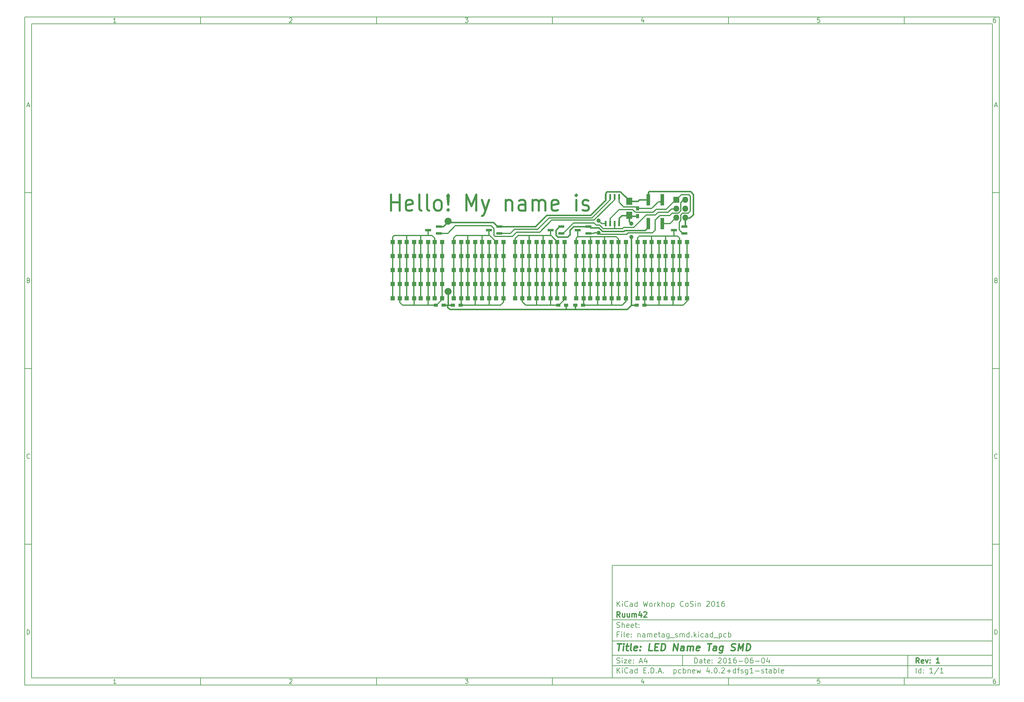
<source format=gbr>
G04 #@! TF.FileFunction,Copper,L1,Top,Signal*
%FSLAX46Y46*%
G04 Gerber Fmt 4.6, Leading zero omitted, Abs format (unit mm)*
G04 Created by KiCad (PCBNEW 4.0.2+dfsg1-stable) date Wed 08 Jun 2016 02:12:19 CEST*
%MOMM*%
G01*
G04 APERTURE LIST*
%ADD10C,0.100000*%
%ADD11C,0.150000*%
%ADD12C,0.300000*%
%ADD13C,0.400000*%
%ADD14C,0.600000*%
%ADD15R,1.800860X0.800100*%
%ADD16R,1.727200X1.727200*%
%ADD17O,1.727200X1.727200*%
%ADD18R,1.000000X3.200000*%
%ADD19R,0.508000X1.500000*%
%ADD20R,1.200000X0.900000*%
%ADD21R,1.198880X1.198880*%
%ADD22C,2.000000*%
%ADD23R,0.900000X1.200000*%
%ADD24R,1.700000X2.000000*%
%ADD25C,1.200000*%
%ADD26C,0.450000*%
%ADD27C,0.350000*%
%ADD28C,0.250000*%
G04 APERTURE END LIST*
D10*
D11*
X177002200Y-166007200D02*
X177002200Y-198007200D01*
X285002200Y-198007200D01*
X285002200Y-166007200D01*
X177002200Y-166007200D01*
D10*
D11*
X10000000Y-10000000D02*
X10000000Y-200007200D01*
X287002200Y-200007200D01*
X287002200Y-10000000D01*
X10000000Y-10000000D01*
D10*
D11*
X12000000Y-12000000D02*
X12000000Y-198007200D01*
X285002200Y-198007200D01*
X285002200Y-12000000D01*
X12000000Y-12000000D01*
D10*
D11*
X60000000Y-12000000D02*
X60000000Y-10000000D01*
D10*
D11*
X110000000Y-12000000D02*
X110000000Y-10000000D01*
D10*
D11*
X160000000Y-12000000D02*
X160000000Y-10000000D01*
D10*
D11*
X210000000Y-12000000D02*
X210000000Y-10000000D01*
D10*
D11*
X260000000Y-12000000D02*
X260000000Y-10000000D01*
D10*
D11*
X35990476Y-11588095D02*
X35247619Y-11588095D01*
X35619048Y-11588095D02*
X35619048Y-10288095D01*
X35495238Y-10473810D01*
X35371429Y-10597619D01*
X35247619Y-10659524D01*
D10*
D11*
X85247619Y-10411905D02*
X85309524Y-10350000D01*
X85433333Y-10288095D01*
X85742857Y-10288095D01*
X85866667Y-10350000D01*
X85928571Y-10411905D01*
X85990476Y-10535714D01*
X85990476Y-10659524D01*
X85928571Y-10845238D01*
X85185714Y-11588095D01*
X85990476Y-11588095D01*
D10*
D11*
X135185714Y-10288095D02*
X135990476Y-10288095D01*
X135557143Y-10783333D01*
X135742857Y-10783333D01*
X135866667Y-10845238D01*
X135928571Y-10907143D01*
X135990476Y-11030952D01*
X135990476Y-11340476D01*
X135928571Y-11464286D01*
X135866667Y-11526190D01*
X135742857Y-11588095D01*
X135371429Y-11588095D01*
X135247619Y-11526190D01*
X135185714Y-11464286D01*
D10*
D11*
X185866667Y-10721429D02*
X185866667Y-11588095D01*
X185557143Y-10226190D02*
X185247619Y-11154762D01*
X186052381Y-11154762D01*
D10*
D11*
X235928571Y-10288095D02*
X235309524Y-10288095D01*
X235247619Y-10907143D01*
X235309524Y-10845238D01*
X235433333Y-10783333D01*
X235742857Y-10783333D01*
X235866667Y-10845238D01*
X235928571Y-10907143D01*
X235990476Y-11030952D01*
X235990476Y-11340476D01*
X235928571Y-11464286D01*
X235866667Y-11526190D01*
X235742857Y-11588095D01*
X235433333Y-11588095D01*
X235309524Y-11526190D01*
X235247619Y-11464286D01*
D10*
D11*
X285866667Y-10288095D02*
X285619048Y-10288095D01*
X285495238Y-10350000D01*
X285433333Y-10411905D01*
X285309524Y-10597619D01*
X285247619Y-10845238D01*
X285247619Y-11340476D01*
X285309524Y-11464286D01*
X285371429Y-11526190D01*
X285495238Y-11588095D01*
X285742857Y-11588095D01*
X285866667Y-11526190D01*
X285928571Y-11464286D01*
X285990476Y-11340476D01*
X285990476Y-11030952D01*
X285928571Y-10907143D01*
X285866667Y-10845238D01*
X285742857Y-10783333D01*
X285495238Y-10783333D01*
X285371429Y-10845238D01*
X285309524Y-10907143D01*
X285247619Y-11030952D01*
D10*
D11*
X60000000Y-198007200D02*
X60000000Y-200007200D01*
D10*
D11*
X110000000Y-198007200D02*
X110000000Y-200007200D01*
D10*
D11*
X160000000Y-198007200D02*
X160000000Y-200007200D01*
D10*
D11*
X210000000Y-198007200D02*
X210000000Y-200007200D01*
D10*
D11*
X260000000Y-198007200D02*
X260000000Y-200007200D01*
D10*
D11*
X35990476Y-199595295D02*
X35247619Y-199595295D01*
X35619048Y-199595295D02*
X35619048Y-198295295D01*
X35495238Y-198481010D01*
X35371429Y-198604819D01*
X35247619Y-198666724D01*
D10*
D11*
X85247619Y-198419105D02*
X85309524Y-198357200D01*
X85433333Y-198295295D01*
X85742857Y-198295295D01*
X85866667Y-198357200D01*
X85928571Y-198419105D01*
X85990476Y-198542914D01*
X85990476Y-198666724D01*
X85928571Y-198852438D01*
X85185714Y-199595295D01*
X85990476Y-199595295D01*
D10*
D11*
X135185714Y-198295295D02*
X135990476Y-198295295D01*
X135557143Y-198790533D01*
X135742857Y-198790533D01*
X135866667Y-198852438D01*
X135928571Y-198914343D01*
X135990476Y-199038152D01*
X135990476Y-199347676D01*
X135928571Y-199471486D01*
X135866667Y-199533390D01*
X135742857Y-199595295D01*
X135371429Y-199595295D01*
X135247619Y-199533390D01*
X135185714Y-199471486D01*
D10*
D11*
X185866667Y-198728629D02*
X185866667Y-199595295D01*
X185557143Y-198233390D02*
X185247619Y-199161962D01*
X186052381Y-199161962D01*
D10*
D11*
X235928571Y-198295295D02*
X235309524Y-198295295D01*
X235247619Y-198914343D01*
X235309524Y-198852438D01*
X235433333Y-198790533D01*
X235742857Y-198790533D01*
X235866667Y-198852438D01*
X235928571Y-198914343D01*
X235990476Y-199038152D01*
X235990476Y-199347676D01*
X235928571Y-199471486D01*
X235866667Y-199533390D01*
X235742857Y-199595295D01*
X235433333Y-199595295D01*
X235309524Y-199533390D01*
X235247619Y-199471486D01*
D10*
D11*
X285866667Y-198295295D02*
X285619048Y-198295295D01*
X285495238Y-198357200D01*
X285433333Y-198419105D01*
X285309524Y-198604819D01*
X285247619Y-198852438D01*
X285247619Y-199347676D01*
X285309524Y-199471486D01*
X285371429Y-199533390D01*
X285495238Y-199595295D01*
X285742857Y-199595295D01*
X285866667Y-199533390D01*
X285928571Y-199471486D01*
X285990476Y-199347676D01*
X285990476Y-199038152D01*
X285928571Y-198914343D01*
X285866667Y-198852438D01*
X285742857Y-198790533D01*
X285495238Y-198790533D01*
X285371429Y-198852438D01*
X285309524Y-198914343D01*
X285247619Y-199038152D01*
D10*
D11*
X10000000Y-60000000D02*
X12000000Y-60000000D01*
D10*
D11*
X10000000Y-110000000D02*
X12000000Y-110000000D01*
D10*
D11*
X10000000Y-160000000D02*
X12000000Y-160000000D01*
D10*
D11*
X10690476Y-35216667D02*
X11309524Y-35216667D01*
X10566667Y-35588095D02*
X11000000Y-34288095D01*
X11433333Y-35588095D01*
D10*
D11*
X11092857Y-84907143D02*
X11278571Y-84969048D01*
X11340476Y-85030952D01*
X11402381Y-85154762D01*
X11402381Y-85340476D01*
X11340476Y-85464286D01*
X11278571Y-85526190D01*
X11154762Y-85588095D01*
X10659524Y-85588095D01*
X10659524Y-84288095D01*
X11092857Y-84288095D01*
X11216667Y-84350000D01*
X11278571Y-84411905D01*
X11340476Y-84535714D01*
X11340476Y-84659524D01*
X11278571Y-84783333D01*
X11216667Y-84845238D01*
X11092857Y-84907143D01*
X10659524Y-84907143D01*
D10*
D11*
X11402381Y-135464286D02*
X11340476Y-135526190D01*
X11154762Y-135588095D01*
X11030952Y-135588095D01*
X10845238Y-135526190D01*
X10721429Y-135402381D01*
X10659524Y-135278571D01*
X10597619Y-135030952D01*
X10597619Y-134845238D01*
X10659524Y-134597619D01*
X10721429Y-134473810D01*
X10845238Y-134350000D01*
X11030952Y-134288095D01*
X11154762Y-134288095D01*
X11340476Y-134350000D01*
X11402381Y-134411905D01*
D10*
D11*
X10659524Y-185588095D02*
X10659524Y-184288095D01*
X10969048Y-184288095D01*
X11154762Y-184350000D01*
X11278571Y-184473810D01*
X11340476Y-184597619D01*
X11402381Y-184845238D01*
X11402381Y-185030952D01*
X11340476Y-185278571D01*
X11278571Y-185402381D01*
X11154762Y-185526190D01*
X10969048Y-185588095D01*
X10659524Y-185588095D01*
D10*
D11*
X287002200Y-60000000D02*
X285002200Y-60000000D01*
D10*
D11*
X287002200Y-110000000D02*
X285002200Y-110000000D01*
D10*
D11*
X287002200Y-160000000D02*
X285002200Y-160000000D01*
D10*
D11*
X285692676Y-35216667D02*
X286311724Y-35216667D01*
X285568867Y-35588095D02*
X286002200Y-34288095D01*
X286435533Y-35588095D01*
D10*
D11*
X286095057Y-84907143D02*
X286280771Y-84969048D01*
X286342676Y-85030952D01*
X286404581Y-85154762D01*
X286404581Y-85340476D01*
X286342676Y-85464286D01*
X286280771Y-85526190D01*
X286156962Y-85588095D01*
X285661724Y-85588095D01*
X285661724Y-84288095D01*
X286095057Y-84288095D01*
X286218867Y-84350000D01*
X286280771Y-84411905D01*
X286342676Y-84535714D01*
X286342676Y-84659524D01*
X286280771Y-84783333D01*
X286218867Y-84845238D01*
X286095057Y-84907143D01*
X285661724Y-84907143D01*
D10*
D11*
X286404581Y-135464286D02*
X286342676Y-135526190D01*
X286156962Y-135588095D01*
X286033152Y-135588095D01*
X285847438Y-135526190D01*
X285723629Y-135402381D01*
X285661724Y-135278571D01*
X285599819Y-135030952D01*
X285599819Y-134845238D01*
X285661724Y-134597619D01*
X285723629Y-134473810D01*
X285847438Y-134350000D01*
X286033152Y-134288095D01*
X286156962Y-134288095D01*
X286342676Y-134350000D01*
X286404581Y-134411905D01*
D10*
D11*
X285661724Y-185588095D02*
X285661724Y-184288095D01*
X285971248Y-184288095D01*
X286156962Y-184350000D01*
X286280771Y-184473810D01*
X286342676Y-184597619D01*
X286404581Y-184845238D01*
X286404581Y-185030952D01*
X286342676Y-185278571D01*
X286280771Y-185402381D01*
X286156962Y-185526190D01*
X285971248Y-185588095D01*
X285661724Y-185588095D01*
D10*
D11*
X200359343Y-193785771D02*
X200359343Y-192285771D01*
X200716486Y-192285771D01*
X200930771Y-192357200D01*
X201073629Y-192500057D01*
X201145057Y-192642914D01*
X201216486Y-192928629D01*
X201216486Y-193142914D01*
X201145057Y-193428629D01*
X201073629Y-193571486D01*
X200930771Y-193714343D01*
X200716486Y-193785771D01*
X200359343Y-193785771D01*
X202502200Y-193785771D02*
X202502200Y-193000057D01*
X202430771Y-192857200D01*
X202287914Y-192785771D01*
X202002200Y-192785771D01*
X201859343Y-192857200D01*
X202502200Y-193714343D02*
X202359343Y-193785771D01*
X202002200Y-193785771D01*
X201859343Y-193714343D01*
X201787914Y-193571486D01*
X201787914Y-193428629D01*
X201859343Y-193285771D01*
X202002200Y-193214343D01*
X202359343Y-193214343D01*
X202502200Y-193142914D01*
X203002200Y-192785771D02*
X203573629Y-192785771D01*
X203216486Y-192285771D02*
X203216486Y-193571486D01*
X203287914Y-193714343D01*
X203430772Y-193785771D01*
X203573629Y-193785771D01*
X204645057Y-193714343D02*
X204502200Y-193785771D01*
X204216486Y-193785771D01*
X204073629Y-193714343D01*
X204002200Y-193571486D01*
X204002200Y-193000057D01*
X204073629Y-192857200D01*
X204216486Y-192785771D01*
X204502200Y-192785771D01*
X204645057Y-192857200D01*
X204716486Y-193000057D01*
X204716486Y-193142914D01*
X204002200Y-193285771D01*
X205359343Y-193642914D02*
X205430771Y-193714343D01*
X205359343Y-193785771D01*
X205287914Y-193714343D01*
X205359343Y-193642914D01*
X205359343Y-193785771D01*
X205359343Y-192857200D02*
X205430771Y-192928629D01*
X205359343Y-193000057D01*
X205287914Y-192928629D01*
X205359343Y-192857200D01*
X205359343Y-193000057D01*
X207145057Y-192428629D02*
X207216486Y-192357200D01*
X207359343Y-192285771D01*
X207716486Y-192285771D01*
X207859343Y-192357200D01*
X207930772Y-192428629D01*
X208002200Y-192571486D01*
X208002200Y-192714343D01*
X207930772Y-192928629D01*
X207073629Y-193785771D01*
X208002200Y-193785771D01*
X208930771Y-192285771D02*
X209073628Y-192285771D01*
X209216485Y-192357200D01*
X209287914Y-192428629D01*
X209359343Y-192571486D01*
X209430771Y-192857200D01*
X209430771Y-193214343D01*
X209359343Y-193500057D01*
X209287914Y-193642914D01*
X209216485Y-193714343D01*
X209073628Y-193785771D01*
X208930771Y-193785771D01*
X208787914Y-193714343D01*
X208716485Y-193642914D01*
X208645057Y-193500057D01*
X208573628Y-193214343D01*
X208573628Y-192857200D01*
X208645057Y-192571486D01*
X208716485Y-192428629D01*
X208787914Y-192357200D01*
X208930771Y-192285771D01*
X210859342Y-193785771D02*
X210002199Y-193785771D01*
X210430771Y-193785771D02*
X210430771Y-192285771D01*
X210287914Y-192500057D01*
X210145056Y-192642914D01*
X210002199Y-192714343D01*
X212145056Y-192285771D02*
X211859342Y-192285771D01*
X211716485Y-192357200D01*
X211645056Y-192428629D01*
X211502199Y-192642914D01*
X211430770Y-192928629D01*
X211430770Y-193500057D01*
X211502199Y-193642914D01*
X211573627Y-193714343D01*
X211716485Y-193785771D01*
X212002199Y-193785771D01*
X212145056Y-193714343D01*
X212216485Y-193642914D01*
X212287913Y-193500057D01*
X212287913Y-193142914D01*
X212216485Y-193000057D01*
X212145056Y-192928629D01*
X212002199Y-192857200D01*
X211716485Y-192857200D01*
X211573627Y-192928629D01*
X211502199Y-193000057D01*
X211430770Y-193142914D01*
X212930770Y-193214343D02*
X214073627Y-193214343D01*
X215073627Y-192285771D02*
X215216484Y-192285771D01*
X215359341Y-192357200D01*
X215430770Y-192428629D01*
X215502199Y-192571486D01*
X215573627Y-192857200D01*
X215573627Y-193214343D01*
X215502199Y-193500057D01*
X215430770Y-193642914D01*
X215359341Y-193714343D01*
X215216484Y-193785771D01*
X215073627Y-193785771D01*
X214930770Y-193714343D01*
X214859341Y-193642914D01*
X214787913Y-193500057D01*
X214716484Y-193214343D01*
X214716484Y-192857200D01*
X214787913Y-192571486D01*
X214859341Y-192428629D01*
X214930770Y-192357200D01*
X215073627Y-192285771D01*
X216859341Y-192285771D02*
X216573627Y-192285771D01*
X216430770Y-192357200D01*
X216359341Y-192428629D01*
X216216484Y-192642914D01*
X216145055Y-192928629D01*
X216145055Y-193500057D01*
X216216484Y-193642914D01*
X216287912Y-193714343D01*
X216430770Y-193785771D01*
X216716484Y-193785771D01*
X216859341Y-193714343D01*
X216930770Y-193642914D01*
X217002198Y-193500057D01*
X217002198Y-193142914D01*
X216930770Y-193000057D01*
X216859341Y-192928629D01*
X216716484Y-192857200D01*
X216430770Y-192857200D01*
X216287912Y-192928629D01*
X216216484Y-193000057D01*
X216145055Y-193142914D01*
X217645055Y-193214343D02*
X218787912Y-193214343D01*
X219787912Y-192285771D02*
X219930769Y-192285771D01*
X220073626Y-192357200D01*
X220145055Y-192428629D01*
X220216484Y-192571486D01*
X220287912Y-192857200D01*
X220287912Y-193214343D01*
X220216484Y-193500057D01*
X220145055Y-193642914D01*
X220073626Y-193714343D01*
X219930769Y-193785771D01*
X219787912Y-193785771D01*
X219645055Y-193714343D01*
X219573626Y-193642914D01*
X219502198Y-193500057D01*
X219430769Y-193214343D01*
X219430769Y-192857200D01*
X219502198Y-192571486D01*
X219573626Y-192428629D01*
X219645055Y-192357200D01*
X219787912Y-192285771D01*
X221573626Y-192785771D02*
X221573626Y-193785771D01*
X221216483Y-192214343D02*
X220859340Y-193285771D01*
X221787912Y-193285771D01*
D10*
D11*
X177002200Y-194507200D02*
X285002200Y-194507200D01*
D10*
D11*
X178359343Y-196585771D02*
X178359343Y-195085771D01*
X179216486Y-196585771D02*
X178573629Y-195728629D01*
X179216486Y-195085771D02*
X178359343Y-195942914D01*
X179859343Y-196585771D02*
X179859343Y-195585771D01*
X179859343Y-195085771D02*
X179787914Y-195157200D01*
X179859343Y-195228629D01*
X179930771Y-195157200D01*
X179859343Y-195085771D01*
X179859343Y-195228629D01*
X181430772Y-196442914D02*
X181359343Y-196514343D01*
X181145057Y-196585771D01*
X181002200Y-196585771D01*
X180787915Y-196514343D01*
X180645057Y-196371486D01*
X180573629Y-196228629D01*
X180502200Y-195942914D01*
X180502200Y-195728629D01*
X180573629Y-195442914D01*
X180645057Y-195300057D01*
X180787915Y-195157200D01*
X181002200Y-195085771D01*
X181145057Y-195085771D01*
X181359343Y-195157200D01*
X181430772Y-195228629D01*
X182716486Y-196585771D02*
X182716486Y-195800057D01*
X182645057Y-195657200D01*
X182502200Y-195585771D01*
X182216486Y-195585771D01*
X182073629Y-195657200D01*
X182716486Y-196514343D02*
X182573629Y-196585771D01*
X182216486Y-196585771D01*
X182073629Y-196514343D01*
X182002200Y-196371486D01*
X182002200Y-196228629D01*
X182073629Y-196085771D01*
X182216486Y-196014343D01*
X182573629Y-196014343D01*
X182716486Y-195942914D01*
X184073629Y-196585771D02*
X184073629Y-195085771D01*
X184073629Y-196514343D02*
X183930772Y-196585771D01*
X183645058Y-196585771D01*
X183502200Y-196514343D01*
X183430772Y-196442914D01*
X183359343Y-196300057D01*
X183359343Y-195871486D01*
X183430772Y-195728629D01*
X183502200Y-195657200D01*
X183645058Y-195585771D01*
X183930772Y-195585771D01*
X184073629Y-195657200D01*
X185930772Y-195800057D02*
X186430772Y-195800057D01*
X186645058Y-196585771D02*
X185930772Y-196585771D01*
X185930772Y-195085771D01*
X186645058Y-195085771D01*
X187287915Y-196442914D02*
X187359343Y-196514343D01*
X187287915Y-196585771D01*
X187216486Y-196514343D01*
X187287915Y-196442914D01*
X187287915Y-196585771D01*
X188002201Y-196585771D02*
X188002201Y-195085771D01*
X188359344Y-195085771D01*
X188573629Y-195157200D01*
X188716487Y-195300057D01*
X188787915Y-195442914D01*
X188859344Y-195728629D01*
X188859344Y-195942914D01*
X188787915Y-196228629D01*
X188716487Y-196371486D01*
X188573629Y-196514343D01*
X188359344Y-196585771D01*
X188002201Y-196585771D01*
X189502201Y-196442914D02*
X189573629Y-196514343D01*
X189502201Y-196585771D01*
X189430772Y-196514343D01*
X189502201Y-196442914D01*
X189502201Y-196585771D01*
X190145058Y-196157200D02*
X190859344Y-196157200D01*
X190002201Y-196585771D02*
X190502201Y-195085771D01*
X191002201Y-196585771D01*
X191502201Y-196442914D02*
X191573629Y-196514343D01*
X191502201Y-196585771D01*
X191430772Y-196514343D01*
X191502201Y-196442914D01*
X191502201Y-196585771D01*
X194502201Y-195585771D02*
X194502201Y-197085771D01*
X194502201Y-195657200D02*
X194645058Y-195585771D01*
X194930772Y-195585771D01*
X195073629Y-195657200D01*
X195145058Y-195728629D01*
X195216487Y-195871486D01*
X195216487Y-196300057D01*
X195145058Y-196442914D01*
X195073629Y-196514343D01*
X194930772Y-196585771D01*
X194645058Y-196585771D01*
X194502201Y-196514343D01*
X196502201Y-196514343D02*
X196359344Y-196585771D01*
X196073630Y-196585771D01*
X195930772Y-196514343D01*
X195859344Y-196442914D01*
X195787915Y-196300057D01*
X195787915Y-195871486D01*
X195859344Y-195728629D01*
X195930772Y-195657200D01*
X196073630Y-195585771D01*
X196359344Y-195585771D01*
X196502201Y-195657200D01*
X197145058Y-196585771D02*
X197145058Y-195085771D01*
X197145058Y-195657200D02*
X197287915Y-195585771D01*
X197573629Y-195585771D01*
X197716486Y-195657200D01*
X197787915Y-195728629D01*
X197859344Y-195871486D01*
X197859344Y-196300057D01*
X197787915Y-196442914D01*
X197716486Y-196514343D01*
X197573629Y-196585771D01*
X197287915Y-196585771D01*
X197145058Y-196514343D01*
X198502201Y-195585771D02*
X198502201Y-196585771D01*
X198502201Y-195728629D02*
X198573629Y-195657200D01*
X198716487Y-195585771D01*
X198930772Y-195585771D01*
X199073629Y-195657200D01*
X199145058Y-195800057D01*
X199145058Y-196585771D01*
X200430772Y-196514343D02*
X200287915Y-196585771D01*
X200002201Y-196585771D01*
X199859344Y-196514343D01*
X199787915Y-196371486D01*
X199787915Y-195800057D01*
X199859344Y-195657200D01*
X200002201Y-195585771D01*
X200287915Y-195585771D01*
X200430772Y-195657200D01*
X200502201Y-195800057D01*
X200502201Y-195942914D01*
X199787915Y-196085771D01*
X201002201Y-195585771D02*
X201287915Y-196585771D01*
X201573629Y-195871486D01*
X201859344Y-196585771D01*
X202145058Y-195585771D01*
X204502201Y-195585771D02*
X204502201Y-196585771D01*
X204145058Y-195014343D02*
X203787915Y-196085771D01*
X204716487Y-196085771D01*
X205287915Y-196442914D02*
X205359343Y-196514343D01*
X205287915Y-196585771D01*
X205216486Y-196514343D01*
X205287915Y-196442914D01*
X205287915Y-196585771D01*
X206287915Y-195085771D02*
X206430772Y-195085771D01*
X206573629Y-195157200D01*
X206645058Y-195228629D01*
X206716487Y-195371486D01*
X206787915Y-195657200D01*
X206787915Y-196014343D01*
X206716487Y-196300057D01*
X206645058Y-196442914D01*
X206573629Y-196514343D01*
X206430772Y-196585771D01*
X206287915Y-196585771D01*
X206145058Y-196514343D01*
X206073629Y-196442914D01*
X206002201Y-196300057D01*
X205930772Y-196014343D01*
X205930772Y-195657200D01*
X206002201Y-195371486D01*
X206073629Y-195228629D01*
X206145058Y-195157200D01*
X206287915Y-195085771D01*
X207430772Y-196442914D02*
X207502200Y-196514343D01*
X207430772Y-196585771D01*
X207359343Y-196514343D01*
X207430772Y-196442914D01*
X207430772Y-196585771D01*
X208073629Y-195228629D02*
X208145058Y-195157200D01*
X208287915Y-195085771D01*
X208645058Y-195085771D01*
X208787915Y-195157200D01*
X208859344Y-195228629D01*
X208930772Y-195371486D01*
X208930772Y-195514343D01*
X208859344Y-195728629D01*
X208002201Y-196585771D01*
X208930772Y-196585771D01*
X209573629Y-196014343D02*
X210716486Y-196014343D01*
X210145057Y-196585771D02*
X210145057Y-195442914D01*
X212073629Y-196585771D02*
X212073629Y-195085771D01*
X212073629Y-196514343D02*
X211930772Y-196585771D01*
X211645058Y-196585771D01*
X211502200Y-196514343D01*
X211430772Y-196442914D01*
X211359343Y-196300057D01*
X211359343Y-195871486D01*
X211430772Y-195728629D01*
X211502200Y-195657200D01*
X211645058Y-195585771D01*
X211930772Y-195585771D01*
X212073629Y-195657200D01*
X212573629Y-195585771D02*
X213145058Y-195585771D01*
X212787915Y-196585771D02*
X212787915Y-195300057D01*
X212859343Y-195157200D01*
X213002201Y-195085771D01*
X213145058Y-195085771D01*
X213573629Y-196514343D02*
X213716486Y-196585771D01*
X214002201Y-196585771D01*
X214145058Y-196514343D01*
X214216486Y-196371486D01*
X214216486Y-196300057D01*
X214145058Y-196157200D01*
X214002201Y-196085771D01*
X213787915Y-196085771D01*
X213645058Y-196014343D01*
X213573629Y-195871486D01*
X213573629Y-195800057D01*
X213645058Y-195657200D01*
X213787915Y-195585771D01*
X214002201Y-195585771D01*
X214145058Y-195657200D01*
X215502201Y-195585771D02*
X215502201Y-196800057D01*
X215430772Y-196942914D01*
X215359344Y-197014343D01*
X215216487Y-197085771D01*
X215002201Y-197085771D01*
X214859344Y-197014343D01*
X215502201Y-196514343D02*
X215359344Y-196585771D01*
X215073630Y-196585771D01*
X214930772Y-196514343D01*
X214859344Y-196442914D01*
X214787915Y-196300057D01*
X214787915Y-195871486D01*
X214859344Y-195728629D01*
X214930772Y-195657200D01*
X215073630Y-195585771D01*
X215359344Y-195585771D01*
X215502201Y-195657200D01*
X217002201Y-196585771D02*
X216145058Y-196585771D01*
X216573630Y-196585771D02*
X216573630Y-195085771D01*
X216430773Y-195300057D01*
X216287915Y-195442914D01*
X216145058Y-195514343D01*
X217645058Y-196014343D02*
X218787915Y-196014343D01*
X219430772Y-196514343D02*
X219573629Y-196585771D01*
X219859344Y-196585771D01*
X220002201Y-196514343D01*
X220073629Y-196371486D01*
X220073629Y-196300057D01*
X220002201Y-196157200D01*
X219859344Y-196085771D01*
X219645058Y-196085771D01*
X219502201Y-196014343D01*
X219430772Y-195871486D01*
X219430772Y-195800057D01*
X219502201Y-195657200D01*
X219645058Y-195585771D01*
X219859344Y-195585771D01*
X220002201Y-195657200D01*
X220502201Y-195585771D02*
X221073630Y-195585771D01*
X220716487Y-195085771D02*
X220716487Y-196371486D01*
X220787915Y-196514343D01*
X220930773Y-196585771D01*
X221073630Y-196585771D01*
X222216487Y-196585771D02*
X222216487Y-195800057D01*
X222145058Y-195657200D01*
X222002201Y-195585771D01*
X221716487Y-195585771D01*
X221573630Y-195657200D01*
X222216487Y-196514343D02*
X222073630Y-196585771D01*
X221716487Y-196585771D01*
X221573630Y-196514343D01*
X221502201Y-196371486D01*
X221502201Y-196228629D01*
X221573630Y-196085771D01*
X221716487Y-196014343D01*
X222073630Y-196014343D01*
X222216487Y-195942914D01*
X222930773Y-196585771D02*
X222930773Y-195085771D01*
X222930773Y-195657200D02*
X223073630Y-195585771D01*
X223359344Y-195585771D01*
X223502201Y-195657200D01*
X223573630Y-195728629D01*
X223645059Y-195871486D01*
X223645059Y-196300057D01*
X223573630Y-196442914D01*
X223502201Y-196514343D01*
X223359344Y-196585771D01*
X223073630Y-196585771D01*
X222930773Y-196514343D01*
X224502202Y-196585771D02*
X224359344Y-196514343D01*
X224287916Y-196371486D01*
X224287916Y-195085771D01*
X225645058Y-196514343D02*
X225502201Y-196585771D01*
X225216487Y-196585771D01*
X225073630Y-196514343D01*
X225002201Y-196371486D01*
X225002201Y-195800057D01*
X225073630Y-195657200D01*
X225216487Y-195585771D01*
X225502201Y-195585771D01*
X225645058Y-195657200D01*
X225716487Y-195800057D01*
X225716487Y-195942914D01*
X225002201Y-196085771D01*
D10*
D11*
X177002200Y-191507200D02*
X285002200Y-191507200D01*
D10*
D12*
X264216486Y-193785771D02*
X263716486Y-193071486D01*
X263359343Y-193785771D02*
X263359343Y-192285771D01*
X263930771Y-192285771D01*
X264073629Y-192357200D01*
X264145057Y-192428629D01*
X264216486Y-192571486D01*
X264216486Y-192785771D01*
X264145057Y-192928629D01*
X264073629Y-193000057D01*
X263930771Y-193071486D01*
X263359343Y-193071486D01*
X265430771Y-193714343D02*
X265287914Y-193785771D01*
X265002200Y-193785771D01*
X264859343Y-193714343D01*
X264787914Y-193571486D01*
X264787914Y-193000057D01*
X264859343Y-192857200D01*
X265002200Y-192785771D01*
X265287914Y-192785771D01*
X265430771Y-192857200D01*
X265502200Y-193000057D01*
X265502200Y-193142914D01*
X264787914Y-193285771D01*
X266002200Y-192785771D02*
X266359343Y-193785771D01*
X266716485Y-192785771D01*
X267287914Y-193642914D02*
X267359342Y-193714343D01*
X267287914Y-193785771D01*
X267216485Y-193714343D01*
X267287914Y-193642914D01*
X267287914Y-193785771D01*
X267287914Y-192857200D02*
X267359342Y-192928629D01*
X267287914Y-193000057D01*
X267216485Y-192928629D01*
X267287914Y-192857200D01*
X267287914Y-193000057D01*
X269930771Y-193785771D02*
X269073628Y-193785771D01*
X269502200Y-193785771D02*
X269502200Y-192285771D01*
X269359343Y-192500057D01*
X269216485Y-192642914D01*
X269073628Y-192714343D01*
D10*
D11*
X178287914Y-193714343D02*
X178502200Y-193785771D01*
X178859343Y-193785771D01*
X179002200Y-193714343D01*
X179073629Y-193642914D01*
X179145057Y-193500057D01*
X179145057Y-193357200D01*
X179073629Y-193214343D01*
X179002200Y-193142914D01*
X178859343Y-193071486D01*
X178573629Y-193000057D01*
X178430771Y-192928629D01*
X178359343Y-192857200D01*
X178287914Y-192714343D01*
X178287914Y-192571486D01*
X178359343Y-192428629D01*
X178430771Y-192357200D01*
X178573629Y-192285771D01*
X178930771Y-192285771D01*
X179145057Y-192357200D01*
X179787914Y-193785771D02*
X179787914Y-192785771D01*
X179787914Y-192285771D02*
X179716485Y-192357200D01*
X179787914Y-192428629D01*
X179859342Y-192357200D01*
X179787914Y-192285771D01*
X179787914Y-192428629D01*
X180359343Y-192785771D02*
X181145057Y-192785771D01*
X180359343Y-193785771D01*
X181145057Y-193785771D01*
X182287914Y-193714343D02*
X182145057Y-193785771D01*
X181859343Y-193785771D01*
X181716486Y-193714343D01*
X181645057Y-193571486D01*
X181645057Y-193000057D01*
X181716486Y-192857200D01*
X181859343Y-192785771D01*
X182145057Y-192785771D01*
X182287914Y-192857200D01*
X182359343Y-193000057D01*
X182359343Y-193142914D01*
X181645057Y-193285771D01*
X183002200Y-193642914D02*
X183073628Y-193714343D01*
X183002200Y-193785771D01*
X182930771Y-193714343D01*
X183002200Y-193642914D01*
X183002200Y-193785771D01*
X183002200Y-192857200D02*
X183073628Y-192928629D01*
X183002200Y-193000057D01*
X182930771Y-192928629D01*
X183002200Y-192857200D01*
X183002200Y-193000057D01*
X184787914Y-193357200D02*
X185502200Y-193357200D01*
X184645057Y-193785771D02*
X185145057Y-192285771D01*
X185645057Y-193785771D01*
X186787914Y-192785771D02*
X186787914Y-193785771D01*
X186430771Y-192214343D02*
X186073628Y-193285771D01*
X187002200Y-193285771D01*
D10*
D11*
X263359343Y-196585771D02*
X263359343Y-195085771D01*
X264716486Y-196585771D02*
X264716486Y-195085771D01*
X264716486Y-196514343D02*
X264573629Y-196585771D01*
X264287915Y-196585771D01*
X264145057Y-196514343D01*
X264073629Y-196442914D01*
X264002200Y-196300057D01*
X264002200Y-195871486D01*
X264073629Y-195728629D01*
X264145057Y-195657200D01*
X264287915Y-195585771D01*
X264573629Y-195585771D01*
X264716486Y-195657200D01*
X265430772Y-196442914D02*
X265502200Y-196514343D01*
X265430772Y-196585771D01*
X265359343Y-196514343D01*
X265430772Y-196442914D01*
X265430772Y-196585771D01*
X265430772Y-195657200D02*
X265502200Y-195728629D01*
X265430772Y-195800057D01*
X265359343Y-195728629D01*
X265430772Y-195657200D01*
X265430772Y-195800057D01*
X268073629Y-196585771D02*
X267216486Y-196585771D01*
X267645058Y-196585771D02*
X267645058Y-195085771D01*
X267502201Y-195300057D01*
X267359343Y-195442914D01*
X267216486Y-195514343D01*
X269787914Y-195014343D02*
X268502200Y-196942914D01*
X271073629Y-196585771D02*
X270216486Y-196585771D01*
X270645058Y-196585771D02*
X270645058Y-195085771D01*
X270502201Y-195300057D01*
X270359343Y-195442914D01*
X270216486Y-195514343D01*
D10*
D11*
X177002200Y-187507200D02*
X285002200Y-187507200D01*
D10*
D13*
X178454581Y-188211962D02*
X179597438Y-188211962D01*
X178776010Y-190211962D02*
X179026010Y-188211962D01*
X180014105Y-190211962D02*
X180180771Y-188878629D01*
X180264105Y-188211962D02*
X180156962Y-188307200D01*
X180240295Y-188402438D01*
X180347439Y-188307200D01*
X180264105Y-188211962D01*
X180240295Y-188402438D01*
X180847438Y-188878629D02*
X181609343Y-188878629D01*
X181216486Y-188211962D02*
X181002200Y-189926248D01*
X181073630Y-190116724D01*
X181252201Y-190211962D01*
X181442677Y-190211962D01*
X182395058Y-190211962D02*
X182216487Y-190116724D01*
X182145057Y-189926248D01*
X182359343Y-188211962D01*
X183930772Y-190116724D02*
X183728391Y-190211962D01*
X183347439Y-190211962D01*
X183168867Y-190116724D01*
X183097438Y-189926248D01*
X183192676Y-189164343D01*
X183311724Y-188973867D01*
X183514105Y-188878629D01*
X183895057Y-188878629D01*
X184073629Y-188973867D01*
X184145057Y-189164343D01*
X184121248Y-189354819D01*
X183145057Y-189545295D01*
X184895057Y-190021486D02*
X184978392Y-190116724D01*
X184871248Y-190211962D01*
X184787915Y-190116724D01*
X184895057Y-190021486D01*
X184871248Y-190211962D01*
X185026010Y-188973867D02*
X185109344Y-189069105D01*
X185002200Y-189164343D01*
X184918867Y-189069105D01*
X185026010Y-188973867D01*
X185002200Y-189164343D01*
X188299820Y-190211962D02*
X187347439Y-190211962D01*
X187597439Y-188211962D01*
X189097439Y-189164343D02*
X189764106Y-189164343D01*
X189918868Y-190211962D02*
X188966487Y-190211962D01*
X189216487Y-188211962D01*
X190168868Y-188211962D01*
X190776011Y-190211962D02*
X191026011Y-188211962D01*
X191502202Y-188211962D01*
X191776011Y-188307200D01*
X191942678Y-188497676D01*
X192014107Y-188688152D01*
X192061726Y-189069105D01*
X192026012Y-189354819D01*
X191883155Y-189735771D01*
X191764106Y-189926248D01*
X191549821Y-190116724D01*
X191252202Y-190211962D01*
X190776011Y-190211962D01*
X194299821Y-190211962D02*
X194549821Y-188211962D01*
X195442679Y-190211962D01*
X195692679Y-188211962D01*
X197252202Y-190211962D02*
X197383154Y-189164343D01*
X197311726Y-188973867D01*
X197133154Y-188878629D01*
X196752202Y-188878629D01*
X196549821Y-188973867D01*
X197264107Y-190116724D02*
X197061726Y-190211962D01*
X196585536Y-190211962D01*
X196406964Y-190116724D01*
X196335535Y-189926248D01*
X196359345Y-189735771D01*
X196478392Y-189545295D01*
X196680774Y-189450057D01*
X197156964Y-189450057D01*
X197359345Y-189354819D01*
X198204583Y-190211962D02*
X198371249Y-188878629D01*
X198347440Y-189069105D02*
X198454584Y-188973867D01*
X198656964Y-188878629D01*
X198942678Y-188878629D01*
X199121250Y-188973867D01*
X199192678Y-189164343D01*
X199061726Y-190211962D01*
X199192678Y-189164343D02*
X199311726Y-188973867D01*
X199514107Y-188878629D01*
X199799821Y-188878629D01*
X199978393Y-188973867D01*
X200049821Y-189164343D01*
X199918869Y-190211962D01*
X201645060Y-190116724D02*
X201442679Y-190211962D01*
X201061727Y-190211962D01*
X200883155Y-190116724D01*
X200811726Y-189926248D01*
X200906964Y-189164343D01*
X201026012Y-188973867D01*
X201228393Y-188878629D01*
X201609345Y-188878629D01*
X201787917Y-188973867D01*
X201859345Y-189164343D01*
X201835536Y-189354819D01*
X200859345Y-189545295D01*
X204073632Y-188211962D02*
X205216489Y-188211962D01*
X204395061Y-190211962D02*
X204645061Y-188211962D01*
X206490299Y-190211962D02*
X206621251Y-189164343D01*
X206549823Y-188973867D01*
X206371251Y-188878629D01*
X205990299Y-188878629D01*
X205787918Y-188973867D01*
X206502204Y-190116724D02*
X206299823Y-190211962D01*
X205823633Y-190211962D01*
X205645061Y-190116724D01*
X205573632Y-189926248D01*
X205597442Y-189735771D01*
X205716489Y-189545295D01*
X205918871Y-189450057D01*
X206395061Y-189450057D01*
X206597442Y-189354819D01*
X208466489Y-188878629D02*
X208264108Y-190497676D01*
X208145061Y-190688152D01*
X208037918Y-190783390D01*
X207835537Y-190878629D01*
X207549823Y-190878629D01*
X207371251Y-190783390D01*
X208311728Y-190116724D02*
X208109347Y-190211962D01*
X207728395Y-190211962D01*
X207549824Y-190116724D01*
X207466489Y-190021486D01*
X207395061Y-189831010D01*
X207466489Y-189259581D01*
X207585537Y-189069105D01*
X207692681Y-188973867D01*
X207895061Y-188878629D01*
X208276013Y-188878629D01*
X208454585Y-188973867D01*
X210692681Y-190116724D02*
X210966491Y-190211962D01*
X211442681Y-190211962D01*
X211645062Y-190116724D01*
X211752204Y-190021486D01*
X211871253Y-189831010D01*
X211895062Y-189640533D01*
X211823633Y-189450057D01*
X211740300Y-189354819D01*
X211561728Y-189259581D01*
X211192681Y-189164343D01*
X211014110Y-189069105D01*
X210930776Y-188973867D01*
X210859347Y-188783390D01*
X210883157Y-188592914D01*
X211002204Y-188402438D01*
X211109348Y-188307200D01*
X211311729Y-188211962D01*
X211787919Y-188211962D01*
X212061729Y-188307200D01*
X212680776Y-190211962D02*
X212930776Y-188211962D01*
X213418871Y-189640533D01*
X214264110Y-188211962D01*
X214014110Y-190211962D01*
X214966490Y-190211962D02*
X215216490Y-188211962D01*
X215692681Y-188211962D01*
X215966490Y-188307200D01*
X216133157Y-188497676D01*
X216204586Y-188688152D01*
X216252205Y-189069105D01*
X216216491Y-189354819D01*
X216073634Y-189735771D01*
X215954585Y-189926248D01*
X215740300Y-190116724D01*
X215442681Y-190211962D01*
X214966490Y-190211962D01*
D10*
D11*
X178859343Y-185600057D02*
X178359343Y-185600057D01*
X178359343Y-186385771D02*
X178359343Y-184885771D01*
X179073629Y-184885771D01*
X179645057Y-186385771D02*
X179645057Y-185385771D01*
X179645057Y-184885771D02*
X179573628Y-184957200D01*
X179645057Y-185028629D01*
X179716485Y-184957200D01*
X179645057Y-184885771D01*
X179645057Y-185028629D01*
X180573629Y-186385771D02*
X180430771Y-186314343D01*
X180359343Y-186171486D01*
X180359343Y-184885771D01*
X181716485Y-186314343D02*
X181573628Y-186385771D01*
X181287914Y-186385771D01*
X181145057Y-186314343D01*
X181073628Y-186171486D01*
X181073628Y-185600057D01*
X181145057Y-185457200D01*
X181287914Y-185385771D01*
X181573628Y-185385771D01*
X181716485Y-185457200D01*
X181787914Y-185600057D01*
X181787914Y-185742914D01*
X181073628Y-185885771D01*
X182430771Y-186242914D02*
X182502199Y-186314343D01*
X182430771Y-186385771D01*
X182359342Y-186314343D01*
X182430771Y-186242914D01*
X182430771Y-186385771D01*
X182430771Y-185457200D02*
X182502199Y-185528629D01*
X182430771Y-185600057D01*
X182359342Y-185528629D01*
X182430771Y-185457200D01*
X182430771Y-185600057D01*
X184287914Y-185385771D02*
X184287914Y-186385771D01*
X184287914Y-185528629D02*
X184359342Y-185457200D01*
X184502200Y-185385771D01*
X184716485Y-185385771D01*
X184859342Y-185457200D01*
X184930771Y-185600057D01*
X184930771Y-186385771D01*
X186287914Y-186385771D02*
X186287914Y-185600057D01*
X186216485Y-185457200D01*
X186073628Y-185385771D01*
X185787914Y-185385771D01*
X185645057Y-185457200D01*
X186287914Y-186314343D02*
X186145057Y-186385771D01*
X185787914Y-186385771D01*
X185645057Y-186314343D01*
X185573628Y-186171486D01*
X185573628Y-186028629D01*
X185645057Y-185885771D01*
X185787914Y-185814343D01*
X186145057Y-185814343D01*
X186287914Y-185742914D01*
X187002200Y-186385771D02*
X187002200Y-185385771D01*
X187002200Y-185528629D02*
X187073628Y-185457200D01*
X187216486Y-185385771D01*
X187430771Y-185385771D01*
X187573628Y-185457200D01*
X187645057Y-185600057D01*
X187645057Y-186385771D01*
X187645057Y-185600057D02*
X187716486Y-185457200D01*
X187859343Y-185385771D01*
X188073628Y-185385771D01*
X188216486Y-185457200D01*
X188287914Y-185600057D01*
X188287914Y-186385771D01*
X189573628Y-186314343D02*
X189430771Y-186385771D01*
X189145057Y-186385771D01*
X189002200Y-186314343D01*
X188930771Y-186171486D01*
X188930771Y-185600057D01*
X189002200Y-185457200D01*
X189145057Y-185385771D01*
X189430771Y-185385771D01*
X189573628Y-185457200D01*
X189645057Y-185600057D01*
X189645057Y-185742914D01*
X188930771Y-185885771D01*
X190073628Y-185385771D02*
X190645057Y-185385771D01*
X190287914Y-184885771D02*
X190287914Y-186171486D01*
X190359342Y-186314343D01*
X190502200Y-186385771D01*
X190645057Y-186385771D01*
X191787914Y-186385771D02*
X191787914Y-185600057D01*
X191716485Y-185457200D01*
X191573628Y-185385771D01*
X191287914Y-185385771D01*
X191145057Y-185457200D01*
X191787914Y-186314343D02*
X191645057Y-186385771D01*
X191287914Y-186385771D01*
X191145057Y-186314343D01*
X191073628Y-186171486D01*
X191073628Y-186028629D01*
X191145057Y-185885771D01*
X191287914Y-185814343D01*
X191645057Y-185814343D01*
X191787914Y-185742914D01*
X193145057Y-185385771D02*
X193145057Y-186600057D01*
X193073628Y-186742914D01*
X193002200Y-186814343D01*
X192859343Y-186885771D01*
X192645057Y-186885771D01*
X192502200Y-186814343D01*
X193145057Y-186314343D02*
X193002200Y-186385771D01*
X192716486Y-186385771D01*
X192573628Y-186314343D01*
X192502200Y-186242914D01*
X192430771Y-186100057D01*
X192430771Y-185671486D01*
X192502200Y-185528629D01*
X192573628Y-185457200D01*
X192716486Y-185385771D01*
X193002200Y-185385771D01*
X193145057Y-185457200D01*
X193502200Y-186528629D02*
X194645057Y-186528629D01*
X194930771Y-186314343D02*
X195073628Y-186385771D01*
X195359343Y-186385771D01*
X195502200Y-186314343D01*
X195573628Y-186171486D01*
X195573628Y-186100057D01*
X195502200Y-185957200D01*
X195359343Y-185885771D01*
X195145057Y-185885771D01*
X195002200Y-185814343D01*
X194930771Y-185671486D01*
X194930771Y-185600057D01*
X195002200Y-185457200D01*
X195145057Y-185385771D01*
X195359343Y-185385771D01*
X195502200Y-185457200D01*
X196216486Y-186385771D02*
X196216486Y-185385771D01*
X196216486Y-185528629D02*
X196287914Y-185457200D01*
X196430772Y-185385771D01*
X196645057Y-185385771D01*
X196787914Y-185457200D01*
X196859343Y-185600057D01*
X196859343Y-186385771D01*
X196859343Y-185600057D02*
X196930772Y-185457200D01*
X197073629Y-185385771D01*
X197287914Y-185385771D01*
X197430772Y-185457200D01*
X197502200Y-185600057D01*
X197502200Y-186385771D01*
X198859343Y-186385771D02*
X198859343Y-184885771D01*
X198859343Y-186314343D02*
X198716486Y-186385771D01*
X198430772Y-186385771D01*
X198287914Y-186314343D01*
X198216486Y-186242914D01*
X198145057Y-186100057D01*
X198145057Y-185671486D01*
X198216486Y-185528629D01*
X198287914Y-185457200D01*
X198430772Y-185385771D01*
X198716486Y-185385771D01*
X198859343Y-185457200D01*
X199573629Y-186242914D02*
X199645057Y-186314343D01*
X199573629Y-186385771D01*
X199502200Y-186314343D01*
X199573629Y-186242914D01*
X199573629Y-186385771D01*
X200287915Y-186385771D02*
X200287915Y-184885771D01*
X200430772Y-185814343D02*
X200859343Y-186385771D01*
X200859343Y-185385771D02*
X200287915Y-185957200D01*
X201502201Y-186385771D02*
X201502201Y-185385771D01*
X201502201Y-184885771D02*
X201430772Y-184957200D01*
X201502201Y-185028629D01*
X201573629Y-184957200D01*
X201502201Y-184885771D01*
X201502201Y-185028629D01*
X202859344Y-186314343D02*
X202716487Y-186385771D01*
X202430773Y-186385771D01*
X202287915Y-186314343D01*
X202216487Y-186242914D01*
X202145058Y-186100057D01*
X202145058Y-185671486D01*
X202216487Y-185528629D01*
X202287915Y-185457200D01*
X202430773Y-185385771D01*
X202716487Y-185385771D01*
X202859344Y-185457200D01*
X204145058Y-186385771D02*
X204145058Y-185600057D01*
X204073629Y-185457200D01*
X203930772Y-185385771D01*
X203645058Y-185385771D01*
X203502201Y-185457200D01*
X204145058Y-186314343D02*
X204002201Y-186385771D01*
X203645058Y-186385771D01*
X203502201Y-186314343D01*
X203430772Y-186171486D01*
X203430772Y-186028629D01*
X203502201Y-185885771D01*
X203645058Y-185814343D01*
X204002201Y-185814343D01*
X204145058Y-185742914D01*
X205502201Y-186385771D02*
X205502201Y-184885771D01*
X205502201Y-186314343D02*
X205359344Y-186385771D01*
X205073630Y-186385771D01*
X204930772Y-186314343D01*
X204859344Y-186242914D01*
X204787915Y-186100057D01*
X204787915Y-185671486D01*
X204859344Y-185528629D01*
X204930772Y-185457200D01*
X205073630Y-185385771D01*
X205359344Y-185385771D01*
X205502201Y-185457200D01*
X205859344Y-186528629D02*
X207002201Y-186528629D01*
X207359344Y-185385771D02*
X207359344Y-186885771D01*
X207359344Y-185457200D02*
X207502201Y-185385771D01*
X207787915Y-185385771D01*
X207930772Y-185457200D01*
X208002201Y-185528629D01*
X208073630Y-185671486D01*
X208073630Y-186100057D01*
X208002201Y-186242914D01*
X207930772Y-186314343D01*
X207787915Y-186385771D01*
X207502201Y-186385771D01*
X207359344Y-186314343D01*
X209359344Y-186314343D02*
X209216487Y-186385771D01*
X208930773Y-186385771D01*
X208787915Y-186314343D01*
X208716487Y-186242914D01*
X208645058Y-186100057D01*
X208645058Y-185671486D01*
X208716487Y-185528629D01*
X208787915Y-185457200D01*
X208930773Y-185385771D01*
X209216487Y-185385771D01*
X209359344Y-185457200D01*
X210002201Y-186385771D02*
X210002201Y-184885771D01*
X210002201Y-185457200D02*
X210145058Y-185385771D01*
X210430772Y-185385771D01*
X210573629Y-185457200D01*
X210645058Y-185528629D01*
X210716487Y-185671486D01*
X210716487Y-186100057D01*
X210645058Y-186242914D01*
X210573629Y-186314343D01*
X210430772Y-186385771D01*
X210145058Y-186385771D01*
X210002201Y-186314343D01*
D10*
D11*
X177002200Y-181507200D02*
X285002200Y-181507200D01*
D10*
D11*
X178287914Y-183614343D02*
X178502200Y-183685771D01*
X178859343Y-183685771D01*
X179002200Y-183614343D01*
X179073629Y-183542914D01*
X179145057Y-183400057D01*
X179145057Y-183257200D01*
X179073629Y-183114343D01*
X179002200Y-183042914D01*
X178859343Y-182971486D01*
X178573629Y-182900057D01*
X178430771Y-182828629D01*
X178359343Y-182757200D01*
X178287914Y-182614343D01*
X178287914Y-182471486D01*
X178359343Y-182328629D01*
X178430771Y-182257200D01*
X178573629Y-182185771D01*
X178930771Y-182185771D01*
X179145057Y-182257200D01*
X179787914Y-183685771D02*
X179787914Y-182185771D01*
X180430771Y-183685771D02*
X180430771Y-182900057D01*
X180359342Y-182757200D01*
X180216485Y-182685771D01*
X180002200Y-182685771D01*
X179859342Y-182757200D01*
X179787914Y-182828629D01*
X181716485Y-183614343D02*
X181573628Y-183685771D01*
X181287914Y-183685771D01*
X181145057Y-183614343D01*
X181073628Y-183471486D01*
X181073628Y-182900057D01*
X181145057Y-182757200D01*
X181287914Y-182685771D01*
X181573628Y-182685771D01*
X181716485Y-182757200D01*
X181787914Y-182900057D01*
X181787914Y-183042914D01*
X181073628Y-183185771D01*
X183002199Y-183614343D02*
X182859342Y-183685771D01*
X182573628Y-183685771D01*
X182430771Y-183614343D01*
X182359342Y-183471486D01*
X182359342Y-182900057D01*
X182430771Y-182757200D01*
X182573628Y-182685771D01*
X182859342Y-182685771D01*
X183002199Y-182757200D01*
X183073628Y-182900057D01*
X183073628Y-183042914D01*
X182359342Y-183185771D01*
X183502199Y-182685771D02*
X184073628Y-182685771D01*
X183716485Y-182185771D02*
X183716485Y-183471486D01*
X183787913Y-183614343D01*
X183930771Y-183685771D01*
X184073628Y-183685771D01*
X184573628Y-183542914D02*
X184645056Y-183614343D01*
X184573628Y-183685771D01*
X184502199Y-183614343D01*
X184573628Y-183542914D01*
X184573628Y-183685771D01*
X184573628Y-182757200D02*
X184645056Y-182828629D01*
X184573628Y-182900057D01*
X184502199Y-182828629D01*
X184573628Y-182757200D01*
X184573628Y-182900057D01*
D10*
D12*
X179216486Y-180685771D02*
X178716486Y-179971486D01*
X178359343Y-180685771D02*
X178359343Y-179185771D01*
X178930771Y-179185771D01*
X179073629Y-179257200D01*
X179145057Y-179328629D01*
X179216486Y-179471486D01*
X179216486Y-179685771D01*
X179145057Y-179828629D01*
X179073629Y-179900057D01*
X178930771Y-179971486D01*
X178359343Y-179971486D01*
X180502200Y-179685771D02*
X180502200Y-180685771D01*
X179859343Y-179685771D02*
X179859343Y-180471486D01*
X179930771Y-180614343D01*
X180073629Y-180685771D01*
X180287914Y-180685771D01*
X180430771Y-180614343D01*
X180502200Y-180542914D01*
X181859343Y-179685771D02*
X181859343Y-180685771D01*
X181216486Y-179685771D02*
X181216486Y-180471486D01*
X181287914Y-180614343D01*
X181430772Y-180685771D01*
X181645057Y-180685771D01*
X181787914Y-180614343D01*
X181859343Y-180542914D01*
X182573629Y-180685771D02*
X182573629Y-179685771D01*
X182573629Y-179828629D02*
X182645057Y-179757200D01*
X182787915Y-179685771D01*
X183002200Y-179685771D01*
X183145057Y-179757200D01*
X183216486Y-179900057D01*
X183216486Y-180685771D01*
X183216486Y-179900057D02*
X183287915Y-179757200D01*
X183430772Y-179685771D01*
X183645057Y-179685771D01*
X183787915Y-179757200D01*
X183859343Y-179900057D01*
X183859343Y-180685771D01*
X185216486Y-179685771D02*
X185216486Y-180685771D01*
X184859343Y-179114343D02*
X184502200Y-180185771D01*
X185430772Y-180185771D01*
X185930771Y-179328629D02*
X186002200Y-179257200D01*
X186145057Y-179185771D01*
X186502200Y-179185771D01*
X186645057Y-179257200D01*
X186716486Y-179328629D01*
X186787914Y-179471486D01*
X186787914Y-179614343D01*
X186716486Y-179828629D01*
X185859343Y-180685771D01*
X186787914Y-180685771D01*
D10*
D11*
X178359343Y-177685771D02*
X178359343Y-176185771D01*
X179216486Y-177685771D02*
X178573629Y-176828629D01*
X179216486Y-176185771D02*
X178359343Y-177042914D01*
X179859343Y-177685771D02*
X179859343Y-176685771D01*
X179859343Y-176185771D02*
X179787914Y-176257200D01*
X179859343Y-176328629D01*
X179930771Y-176257200D01*
X179859343Y-176185771D01*
X179859343Y-176328629D01*
X181430772Y-177542914D02*
X181359343Y-177614343D01*
X181145057Y-177685771D01*
X181002200Y-177685771D01*
X180787915Y-177614343D01*
X180645057Y-177471486D01*
X180573629Y-177328629D01*
X180502200Y-177042914D01*
X180502200Y-176828629D01*
X180573629Y-176542914D01*
X180645057Y-176400057D01*
X180787915Y-176257200D01*
X181002200Y-176185771D01*
X181145057Y-176185771D01*
X181359343Y-176257200D01*
X181430772Y-176328629D01*
X182716486Y-177685771D02*
X182716486Y-176900057D01*
X182645057Y-176757200D01*
X182502200Y-176685771D01*
X182216486Y-176685771D01*
X182073629Y-176757200D01*
X182716486Y-177614343D02*
X182573629Y-177685771D01*
X182216486Y-177685771D01*
X182073629Y-177614343D01*
X182002200Y-177471486D01*
X182002200Y-177328629D01*
X182073629Y-177185771D01*
X182216486Y-177114343D01*
X182573629Y-177114343D01*
X182716486Y-177042914D01*
X184073629Y-177685771D02*
X184073629Y-176185771D01*
X184073629Y-177614343D02*
X183930772Y-177685771D01*
X183645058Y-177685771D01*
X183502200Y-177614343D01*
X183430772Y-177542914D01*
X183359343Y-177400057D01*
X183359343Y-176971486D01*
X183430772Y-176828629D01*
X183502200Y-176757200D01*
X183645058Y-176685771D01*
X183930772Y-176685771D01*
X184073629Y-176757200D01*
X185787915Y-176185771D02*
X186145058Y-177685771D01*
X186430772Y-176614343D01*
X186716486Y-177685771D01*
X187073629Y-176185771D01*
X187859344Y-177685771D02*
X187716486Y-177614343D01*
X187645058Y-177542914D01*
X187573629Y-177400057D01*
X187573629Y-176971486D01*
X187645058Y-176828629D01*
X187716486Y-176757200D01*
X187859344Y-176685771D01*
X188073629Y-176685771D01*
X188216486Y-176757200D01*
X188287915Y-176828629D01*
X188359344Y-176971486D01*
X188359344Y-177400057D01*
X188287915Y-177542914D01*
X188216486Y-177614343D01*
X188073629Y-177685771D01*
X187859344Y-177685771D01*
X189002201Y-177685771D02*
X189002201Y-176685771D01*
X189002201Y-176971486D02*
X189073629Y-176828629D01*
X189145058Y-176757200D01*
X189287915Y-176685771D01*
X189430772Y-176685771D01*
X189930772Y-177685771D02*
X189930772Y-176185771D01*
X190073629Y-177114343D02*
X190502200Y-177685771D01*
X190502200Y-176685771D02*
X189930772Y-177257200D01*
X191145058Y-177685771D02*
X191145058Y-176185771D01*
X191787915Y-177685771D02*
X191787915Y-176900057D01*
X191716486Y-176757200D01*
X191573629Y-176685771D01*
X191359344Y-176685771D01*
X191216486Y-176757200D01*
X191145058Y-176828629D01*
X192716487Y-177685771D02*
X192573629Y-177614343D01*
X192502201Y-177542914D01*
X192430772Y-177400057D01*
X192430772Y-176971486D01*
X192502201Y-176828629D01*
X192573629Y-176757200D01*
X192716487Y-176685771D01*
X192930772Y-176685771D01*
X193073629Y-176757200D01*
X193145058Y-176828629D01*
X193216487Y-176971486D01*
X193216487Y-177400057D01*
X193145058Y-177542914D01*
X193073629Y-177614343D01*
X192930772Y-177685771D01*
X192716487Y-177685771D01*
X193859344Y-176685771D02*
X193859344Y-178185771D01*
X193859344Y-176757200D02*
X194002201Y-176685771D01*
X194287915Y-176685771D01*
X194430772Y-176757200D01*
X194502201Y-176828629D01*
X194573630Y-176971486D01*
X194573630Y-177400057D01*
X194502201Y-177542914D01*
X194430772Y-177614343D01*
X194287915Y-177685771D01*
X194002201Y-177685771D01*
X193859344Y-177614343D01*
X197216487Y-177542914D02*
X197145058Y-177614343D01*
X196930772Y-177685771D01*
X196787915Y-177685771D01*
X196573630Y-177614343D01*
X196430772Y-177471486D01*
X196359344Y-177328629D01*
X196287915Y-177042914D01*
X196287915Y-176828629D01*
X196359344Y-176542914D01*
X196430772Y-176400057D01*
X196573630Y-176257200D01*
X196787915Y-176185771D01*
X196930772Y-176185771D01*
X197145058Y-176257200D01*
X197216487Y-176328629D01*
X198073630Y-177685771D02*
X197930772Y-177614343D01*
X197859344Y-177542914D01*
X197787915Y-177400057D01*
X197787915Y-176971486D01*
X197859344Y-176828629D01*
X197930772Y-176757200D01*
X198073630Y-176685771D01*
X198287915Y-176685771D01*
X198430772Y-176757200D01*
X198502201Y-176828629D01*
X198573630Y-176971486D01*
X198573630Y-177400057D01*
X198502201Y-177542914D01*
X198430772Y-177614343D01*
X198287915Y-177685771D01*
X198073630Y-177685771D01*
X199145058Y-177614343D02*
X199359344Y-177685771D01*
X199716487Y-177685771D01*
X199859344Y-177614343D01*
X199930773Y-177542914D01*
X200002201Y-177400057D01*
X200002201Y-177257200D01*
X199930773Y-177114343D01*
X199859344Y-177042914D01*
X199716487Y-176971486D01*
X199430773Y-176900057D01*
X199287915Y-176828629D01*
X199216487Y-176757200D01*
X199145058Y-176614343D01*
X199145058Y-176471486D01*
X199216487Y-176328629D01*
X199287915Y-176257200D01*
X199430773Y-176185771D01*
X199787915Y-176185771D01*
X200002201Y-176257200D01*
X200645058Y-177685771D02*
X200645058Y-176685771D01*
X200645058Y-176185771D02*
X200573629Y-176257200D01*
X200645058Y-176328629D01*
X200716486Y-176257200D01*
X200645058Y-176185771D01*
X200645058Y-176328629D01*
X201359344Y-176685771D02*
X201359344Y-177685771D01*
X201359344Y-176828629D02*
X201430772Y-176757200D01*
X201573630Y-176685771D01*
X201787915Y-176685771D01*
X201930772Y-176757200D01*
X202002201Y-176900057D01*
X202002201Y-177685771D01*
X203787915Y-176328629D02*
X203859344Y-176257200D01*
X204002201Y-176185771D01*
X204359344Y-176185771D01*
X204502201Y-176257200D01*
X204573630Y-176328629D01*
X204645058Y-176471486D01*
X204645058Y-176614343D01*
X204573630Y-176828629D01*
X203716487Y-177685771D01*
X204645058Y-177685771D01*
X205573629Y-176185771D02*
X205716486Y-176185771D01*
X205859343Y-176257200D01*
X205930772Y-176328629D01*
X206002201Y-176471486D01*
X206073629Y-176757200D01*
X206073629Y-177114343D01*
X206002201Y-177400057D01*
X205930772Y-177542914D01*
X205859343Y-177614343D01*
X205716486Y-177685771D01*
X205573629Y-177685771D01*
X205430772Y-177614343D01*
X205359343Y-177542914D01*
X205287915Y-177400057D01*
X205216486Y-177114343D01*
X205216486Y-176757200D01*
X205287915Y-176471486D01*
X205359343Y-176328629D01*
X205430772Y-176257200D01*
X205573629Y-176185771D01*
X207502200Y-177685771D02*
X206645057Y-177685771D01*
X207073629Y-177685771D02*
X207073629Y-176185771D01*
X206930772Y-176400057D01*
X206787914Y-176542914D01*
X206645057Y-176614343D01*
X208787914Y-176185771D02*
X208502200Y-176185771D01*
X208359343Y-176257200D01*
X208287914Y-176328629D01*
X208145057Y-176542914D01*
X208073628Y-176828629D01*
X208073628Y-177400057D01*
X208145057Y-177542914D01*
X208216485Y-177614343D01*
X208359343Y-177685771D01*
X208645057Y-177685771D01*
X208787914Y-177614343D01*
X208859343Y-177542914D01*
X208930771Y-177400057D01*
X208930771Y-177042914D01*
X208859343Y-176900057D01*
X208787914Y-176828629D01*
X208645057Y-176757200D01*
X208359343Y-176757200D01*
X208216485Y-176828629D01*
X208145057Y-176900057D01*
X208073628Y-177042914D01*
D10*
D11*
X197002200Y-191507200D02*
X197002200Y-194507200D01*
D10*
D11*
X261002200Y-191507200D02*
X261002200Y-198007200D01*
D14*
X114100000Y-65080952D02*
X114100000Y-60480952D01*
X114100000Y-62671429D02*
X116500000Y-62671429D01*
X116500000Y-65080952D02*
X116500000Y-60480952D01*
X120100000Y-64861905D02*
X119700000Y-65080952D01*
X118900000Y-65080952D01*
X118500000Y-64861905D01*
X118300000Y-64423810D01*
X118300000Y-62671429D01*
X118500000Y-62233333D01*
X118900000Y-62014286D01*
X119700000Y-62014286D01*
X120100000Y-62233333D01*
X120300000Y-62671429D01*
X120300000Y-63109524D01*
X118300000Y-63547619D01*
X122700000Y-65080952D02*
X122300000Y-64861905D01*
X122100000Y-64423810D01*
X122100000Y-60480952D01*
X124900000Y-65080952D02*
X124500000Y-64861905D01*
X124300000Y-64423810D01*
X124300000Y-60480952D01*
X127100000Y-65080952D02*
X126700000Y-64861905D01*
X126500000Y-64642857D01*
X126300000Y-64204762D01*
X126300000Y-62890476D01*
X126500000Y-62452381D01*
X126700000Y-62233333D01*
X127100000Y-62014286D01*
X127700000Y-62014286D01*
X128100000Y-62233333D01*
X128300000Y-62452381D01*
X128500000Y-62890476D01*
X128500000Y-64204762D01*
X128300000Y-64642857D01*
X128100000Y-64861905D01*
X127700000Y-65080952D01*
X127100000Y-65080952D01*
X130300000Y-64642857D02*
X130500000Y-64861905D01*
X130300000Y-65080952D01*
X130100000Y-64861905D01*
X130300000Y-64642857D01*
X130300000Y-65080952D01*
X130300000Y-63328571D02*
X130100000Y-60700000D01*
X130300000Y-60480952D01*
X130500000Y-60700000D01*
X130300000Y-63328571D01*
X130300000Y-60480952D01*
X135500000Y-65080952D02*
X135500000Y-60480952D01*
X136900000Y-63766667D01*
X138300000Y-60480952D01*
X138300000Y-65080952D01*
X139900000Y-62014286D02*
X140900000Y-65080952D01*
X141900000Y-62014286D02*
X140900000Y-65080952D01*
X140500000Y-66176190D01*
X140300000Y-66395238D01*
X139900000Y-66614286D01*
X146700000Y-62014286D02*
X146700000Y-65080952D01*
X146700000Y-62452381D02*
X146900000Y-62233333D01*
X147300000Y-62014286D01*
X147900000Y-62014286D01*
X148300000Y-62233333D01*
X148500000Y-62671429D01*
X148500000Y-65080952D01*
X152300000Y-65080952D02*
X152300000Y-62671429D01*
X152100000Y-62233333D01*
X151700000Y-62014286D01*
X150900000Y-62014286D01*
X150500000Y-62233333D01*
X152300000Y-64861905D02*
X151900000Y-65080952D01*
X150900000Y-65080952D01*
X150500000Y-64861905D01*
X150300000Y-64423810D01*
X150300000Y-63985714D01*
X150500000Y-63547619D01*
X150900000Y-63328571D01*
X151900000Y-63328571D01*
X152300000Y-63109524D01*
X154300000Y-65080952D02*
X154300000Y-62014286D01*
X154300000Y-62452381D02*
X154500000Y-62233333D01*
X154900000Y-62014286D01*
X155500000Y-62014286D01*
X155900000Y-62233333D01*
X156100000Y-62671429D01*
X156100000Y-65080952D01*
X156100000Y-62671429D02*
X156300000Y-62233333D01*
X156700000Y-62014286D01*
X157300000Y-62014286D01*
X157700000Y-62233333D01*
X157900000Y-62671429D01*
X157900000Y-65080952D01*
X161500000Y-64861905D02*
X161100000Y-65080952D01*
X160300000Y-65080952D01*
X159900000Y-64861905D01*
X159700000Y-64423810D01*
X159700000Y-62671429D01*
X159900000Y-62233333D01*
X160300000Y-62014286D01*
X161100000Y-62014286D01*
X161500000Y-62233333D01*
X161700000Y-62671429D01*
X161700000Y-63109524D01*
X159700000Y-63547619D01*
X166700000Y-65080952D02*
X166700000Y-62014286D01*
X166700000Y-60480952D02*
X166500000Y-60700000D01*
X166700000Y-60919048D01*
X166900000Y-60700000D01*
X166700000Y-60480952D01*
X166700000Y-60919048D01*
X168500000Y-64861905D02*
X168900000Y-65080952D01*
X169700000Y-65080952D01*
X170100000Y-64861905D01*
X170300000Y-64423810D01*
X170300000Y-64204762D01*
X170100000Y-63766667D01*
X169700000Y-63547619D01*
X169100000Y-63547619D01*
X168700000Y-63328571D01*
X168500000Y-62890476D01*
X168500000Y-62671429D01*
X168700000Y-62233333D01*
X169100000Y-62014286D01*
X169700000Y-62014286D01*
X170100000Y-62233333D01*
D15*
X170201140Y-71550000D03*
X170201140Y-69650000D03*
X167198860Y-70600000D03*
D16*
X195200000Y-62000000D03*
D17*
X197740000Y-62000000D03*
X195200000Y-64540000D03*
X197740000Y-64540000D03*
X195200000Y-67080000D03*
X197740000Y-67080000D03*
D18*
X187200000Y-62000000D03*
X187200000Y-68800000D03*
X191200000Y-68800000D03*
X191200000Y-62000000D03*
D19*
X178905000Y-68810000D03*
X177635000Y-68810000D03*
X176365000Y-68810000D03*
X175095000Y-68810000D03*
X175095000Y-61190000D03*
X176365000Y-61190000D03*
X177635000Y-61190000D03*
X178905000Y-61190000D03*
D15*
X197501140Y-71550000D03*
X197501140Y-69650000D03*
X194498860Y-70600000D03*
X144901140Y-71550000D03*
X144901140Y-69650000D03*
X141898860Y-70600000D03*
X162501140Y-71550000D03*
X162501140Y-69650000D03*
X159498860Y-70600000D03*
D20*
X131700000Y-92000000D03*
X133900000Y-92000000D03*
D21*
X198249020Y-90000000D03*
X196150980Y-90000000D03*
X198249020Y-86000000D03*
X196150980Y-86000000D03*
X198249020Y-82000000D03*
X196150980Y-82000000D03*
X198249020Y-78000000D03*
X196150980Y-78000000D03*
X198249020Y-74000000D03*
X196150980Y-74000000D03*
X194249020Y-90000000D03*
X192150980Y-90000000D03*
X194249020Y-86000000D03*
X192150980Y-86000000D03*
X194249020Y-82000000D03*
X192150980Y-82000000D03*
X194249020Y-78000000D03*
X192150980Y-78000000D03*
X194249020Y-74000000D03*
X192150980Y-74000000D03*
X190249020Y-90000000D03*
X188150980Y-90000000D03*
X190249020Y-86000000D03*
X188150980Y-86000000D03*
X190249020Y-82000000D03*
X188150980Y-82000000D03*
X190249020Y-78000000D03*
X188150980Y-78000000D03*
X190249020Y-74000000D03*
X188150980Y-74000000D03*
X186249020Y-90000000D03*
X184150980Y-90000000D03*
X186249020Y-86000000D03*
X184150980Y-86000000D03*
X186249020Y-82000000D03*
X184150980Y-82000000D03*
X186249020Y-78000000D03*
X184150980Y-78000000D03*
X186249020Y-74000000D03*
X184150980Y-74000000D03*
X180849020Y-90000000D03*
X178750980Y-90000000D03*
X180849020Y-86000000D03*
X178750980Y-86000000D03*
X180849020Y-82000000D03*
X178750980Y-82000000D03*
X180849020Y-78000000D03*
X178750980Y-78000000D03*
X180849020Y-74000000D03*
X178750980Y-74000000D03*
X176849020Y-90000000D03*
X174750980Y-90000000D03*
X176849020Y-86000000D03*
X174750980Y-86000000D03*
X176849020Y-82000000D03*
X174750980Y-82000000D03*
X176849020Y-78000000D03*
X174750980Y-78000000D03*
X176849020Y-74000000D03*
X174750980Y-74000000D03*
X172849020Y-90000000D03*
X170750980Y-90000000D03*
X172849020Y-86000000D03*
X170750980Y-86000000D03*
X172849020Y-82000000D03*
X170750980Y-82000000D03*
X172849020Y-78000000D03*
X170750980Y-78000000D03*
X172849020Y-74000000D03*
X170750980Y-74000000D03*
X168849020Y-90000000D03*
X166750980Y-90000000D03*
X168849020Y-86000000D03*
X166750980Y-86000000D03*
X168849020Y-82000000D03*
X166750980Y-82000000D03*
X168849020Y-78000000D03*
X166750980Y-78000000D03*
X168849020Y-74000000D03*
X166750980Y-74000000D03*
X163449020Y-90000000D03*
X161350980Y-90000000D03*
X163449020Y-86000000D03*
X161350980Y-86000000D03*
X163449020Y-82000000D03*
X161350980Y-82000000D03*
X163449020Y-78000000D03*
X161350980Y-78000000D03*
X163449020Y-74000000D03*
X161350980Y-74000000D03*
X159449020Y-90000000D03*
X157350980Y-90000000D03*
X159449020Y-86000000D03*
X157350980Y-86000000D03*
X159449020Y-82000000D03*
X157350980Y-82000000D03*
X159449020Y-78000000D03*
X157350980Y-78000000D03*
X159449020Y-74000000D03*
X157350980Y-74000000D03*
X155449020Y-90000000D03*
X153350980Y-90000000D03*
X155449020Y-86000000D03*
X153350980Y-86000000D03*
X155449020Y-82000000D03*
X153350980Y-82000000D03*
X155449020Y-78000000D03*
X153350980Y-78000000D03*
X155449020Y-74000000D03*
X153350980Y-74000000D03*
X151449020Y-90000000D03*
X149350980Y-90000000D03*
X151449020Y-86000000D03*
X149350980Y-86000000D03*
X151449020Y-82000000D03*
X149350980Y-82000000D03*
X151449020Y-78000000D03*
X149350980Y-78000000D03*
X151449020Y-74000000D03*
X149350980Y-74000000D03*
X146049020Y-90000000D03*
X143950980Y-90000000D03*
X146049020Y-86000000D03*
X143950980Y-86000000D03*
X146049020Y-82000000D03*
X143950980Y-82000000D03*
X146049020Y-78000000D03*
X143950980Y-78000000D03*
X146049020Y-74000000D03*
X143950980Y-74000000D03*
X142049020Y-90000000D03*
X139950980Y-90000000D03*
X142049020Y-86000000D03*
X139950980Y-86000000D03*
X142049020Y-82000000D03*
X139950980Y-82000000D03*
X142049020Y-78000000D03*
X139950980Y-78000000D03*
X142049020Y-74000000D03*
X139950980Y-74000000D03*
X138049020Y-90000000D03*
X135950980Y-90000000D03*
X138049020Y-86000000D03*
X135950980Y-86000000D03*
X138049020Y-82000000D03*
X135950980Y-82000000D03*
X138049020Y-78000000D03*
X135950980Y-78000000D03*
X138049020Y-74000000D03*
X135950980Y-74000000D03*
X134049020Y-90000000D03*
X131950980Y-90000000D03*
X134049020Y-86000000D03*
X131950980Y-86000000D03*
X134049020Y-82000000D03*
X131950980Y-82000000D03*
X134049020Y-78000000D03*
X131950980Y-78000000D03*
X134049020Y-74000000D03*
X131950980Y-74000000D03*
X128649020Y-90000000D03*
X126550980Y-90000000D03*
X128649020Y-86000000D03*
X126550980Y-86000000D03*
X128649020Y-82000000D03*
X126550980Y-82000000D03*
X128649020Y-78000000D03*
X126550980Y-78000000D03*
X128649020Y-74000000D03*
X126550980Y-74000000D03*
X124649020Y-90000000D03*
X122550980Y-90000000D03*
X124649020Y-86000000D03*
X122550980Y-86000000D03*
X124649020Y-82000000D03*
X122550980Y-82000000D03*
X124649020Y-78000000D03*
X122550980Y-78000000D03*
X124649020Y-74000000D03*
X122550980Y-74000000D03*
X120649020Y-90000000D03*
X118550980Y-90000000D03*
X120649020Y-86000000D03*
X118550980Y-86000000D03*
X120649020Y-82000000D03*
X118550980Y-82000000D03*
X120649020Y-78000000D03*
X118550980Y-78000000D03*
X120649020Y-74000000D03*
X118550980Y-74000000D03*
X116649020Y-90000000D03*
X114550980Y-90000000D03*
X116649020Y-86000000D03*
X114550980Y-86000000D03*
X116649020Y-82000000D03*
X114550980Y-82000000D03*
X116649020Y-78000000D03*
X114550980Y-78000000D03*
D22*
X130300000Y-88100000D03*
X130300000Y-68100000D03*
D15*
X127701140Y-71550000D03*
X127701140Y-69650000D03*
X124698860Y-70600000D03*
D21*
X116649020Y-74000000D03*
X114550980Y-74000000D03*
D20*
X129100000Y-92000000D03*
X126900000Y-92000000D03*
X163900000Y-92000000D03*
X161700000Y-92000000D03*
X166500000Y-92000000D03*
X168700000Y-92000000D03*
X183900000Y-92000000D03*
X186100000Y-92000000D03*
D23*
X184200000Y-66700000D03*
X184200000Y-64500000D03*
D24*
X181800000Y-66400000D03*
X181800000Y-62400000D03*
D25*
X182395912Y-68795912D03*
X182400000Y-72600000D03*
X173088339Y-67890547D03*
X173100000Y-71400000D03*
D13*
X181800000Y-65750000D02*
X181800000Y-68200000D01*
X181800000Y-68200000D02*
X182300000Y-68700000D01*
X182300000Y-68700000D02*
X182395912Y-68795912D01*
X181800000Y-65750000D02*
X181050000Y-66500000D01*
X181050000Y-66500000D02*
X179700000Y-66500000D01*
X179700000Y-66500000D02*
X178905000Y-67295000D01*
X178905000Y-67295000D02*
X178905000Y-69210000D01*
X181800000Y-65750000D02*
X181800000Y-66600000D01*
X181800000Y-66600000D02*
X181900000Y-66700000D01*
X181900000Y-66700000D02*
X184200000Y-66700000D01*
D26*
X130300000Y-88100000D02*
X130300000Y-91900000D01*
D13*
X130300000Y-91900000D02*
X130200000Y-92000000D01*
D26*
X181200000Y-93200000D02*
X166400000Y-93200000D01*
X166400000Y-93200000D02*
X163800000Y-93200000D01*
X166500000Y-92000000D02*
X166500000Y-93100000D01*
D13*
X166500000Y-93100000D02*
X166400000Y-93200000D01*
D26*
X130800000Y-93200000D02*
X163800000Y-93200000D01*
D13*
X163800000Y-93200000D02*
X164000000Y-93200000D01*
D26*
X130200000Y-92000000D02*
X130200000Y-92600000D01*
X130200000Y-92600000D02*
X130800000Y-93200000D01*
X181200000Y-93200000D02*
X182400000Y-92000000D01*
X163900000Y-92000000D02*
X163900000Y-93100000D01*
D13*
X163900000Y-93100000D02*
X164000000Y-93200000D01*
D26*
X182400000Y-92000000D02*
X182400000Y-72600000D01*
D13*
X182400000Y-72400000D02*
X182400000Y-72600000D01*
D26*
X182400000Y-92000000D02*
X183900000Y-92000000D01*
X131700000Y-92000000D02*
X130200000Y-92000000D01*
X129100000Y-92000000D02*
X130200000Y-92000000D01*
X175095000Y-61190000D02*
X175095000Y-62105000D01*
X197800000Y-66540000D02*
X197800000Y-67200000D01*
X197800000Y-67200000D02*
X199000000Y-67200000D01*
X199000000Y-67200000D02*
X200000000Y-66200000D01*
X200000000Y-66200000D02*
X200000000Y-60457523D01*
X200000000Y-60457523D02*
X199217466Y-59674989D01*
X199217466Y-59674989D02*
X187525011Y-59674989D01*
X187525011Y-59674989D02*
X187200000Y-60000000D01*
X187200000Y-60000000D02*
X187200000Y-62000000D01*
X181800000Y-62400000D02*
X181800000Y-62200000D01*
X181800000Y-62200000D02*
X179300000Y-59700000D01*
X179300000Y-59700000D02*
X175500000Y-59700000D01*
X175500000Y-59700000D02*
X175095000Y-60105000D01*
X175095000Y-60105000D02*
X175095000Y-62105000D01*
X175095000Y-62105000D02*
X170800000Y-66400000D01*
X170800000Y-66400000D02*
X158400000Y-66400000D01*
X155150000Y-69650000D02*
X144301140Y-69650000D01*
X158400000Y-66400000D02*
X155150000Y-69650000D01*
X165950000Y-69650000D02*
X170201140Y-69650000D01*
X187500000Y-68600000D02*
X187500000Y-69500000D01*
X187500000Y-69500000D02*
X186274989Y-70725011D01*
X174180002Y-71000000D02*
X174180002Y-70980002D01*
X186274989Y-70725011D02*
X180574989Y-70725011D01*
X180574989Y-70725011D02*
X180300000Y-71000000D01*
X180300000Y-71000000D02*
X174180002Y-71000000D01*
X174180002Y-70980002D02*
X173200000Y-70000000D01*
X170450000Y-69650000D02*
X170201140Y-69650000D01*
X173200000Y-70000000D02*
X170800000Y-70000000D01*
X170800000Y-70000000D02*
X170450000Y-69650000D01*
D13*
X144301140Y-69650000D02*
X144301140Y-69501140D01*
D26*
X143200000Y-68400000D02*
X130200000Y-68400000D01*
X128950000Y-69650000D02*
X127701140Y-69650000D01*
X130200000Y-68400000D02*
X128950000Y-69650000D01*
X144301140Y-69501140D02*
X143200000Y-68400000D01*
X164300000Y-72600000D02*
X161530658Y-72600000D01*
X165950000Y-69650000D02*
X165000000Y-70600000D01*
X161530658Y-72600000D02*
X161000000Y-72069342D01*
X161000000Y-70650760D02*
X162000760Y-69650000D01*
X161000000Y-72069342D02*
X161000000Y-70650760D01*
X162000760Y-69650000D02*
X162501140Y-69650000D01*
X165000000Y-70600000D02*
X165000000Y-71900000D01*
X165000000Y-71900000D02*
X164300000Y-72600000D01*
X187200000Y-62000000D02*
X184700000Y-62000000D01*
X184300000Y-62400000D02*
X181800000Y-62400000D01*
X184700000Y-62000000D02*
X184300000Y-62400000D01*
X197740000Y-66740000D02*
X197740000Y-69411140D01*
X197740000Y-69411140D02*
X197501140Y-69650000D01*
D27*
X124698860Y-70600000D02*
X124698860Y-72101140D01*
X122600000Y-72200000D02*
X118600000Y-72200000D01*
X118550980Y-74000000D02*
X118550980Y-72249020D01*
X118600000Y-72200000D02*
X115000000Y-72200000D01*
D28*
X118550980Y-72249020D02*
X118600000Y-72200000D01*
D27*
X124600000Y-72200000D02*
X122600000Y-72200000D01*
X122550980Y-74000000D02*
X122550980Y-72249020D01*
D28*
X122550980Y-72249020D02*
X122600000Y-72200000D01*
D27*
X125800000Y-72200000D02*
X124600000Y-72200000D01*
D28*
X124698860Y-72101140D02*
X124600000Y-72200000D01*
D27*
X115000000Y-72200000D02*
X114550980Y-72649020D01*
X126550980Y-72950980D02*
X125800000Y-72200000D01*
X126550980Y-72950980D02*
X126550980Y-74000000D01*
X114550980Y-72649020D02*
X114550980Y-74000000D01*
X126550980Y-86000000D02*
X126550980Y-86849440D01*
X126550980Y-86849440D02*
X126550980Y-90000000D01*
X126550980Y-82000000D02*
X126550980Y-82849440D01*
X126550980Y-82849440D02*
X126550980Y-86000000D01*
X126550980Y-78000000D02*
X126550980Y-78849440D01*
X126550980Y-78849440D02*
X126550980Y-82000000D01*
X126550980Y-74000000D02*
X126550980Y-78000000D01*
X122550980Y-78000000D02*
X122550980Y-77150560D01*
X122550980Y-77150560D02*
X122550980Y-74000000D01*
X122550980Y-82000000D02*
X122550980Y-78000000D01*
X122550980Y-86000000D02*
X122550980Y-82000000D01*
X122550980Y-90000000D02*
X122550980Y-86000000D01*
X118550980Y-86000000D02*
X118550980Y-86849440D01*
X118550980Y-86849440D02*
X118550980Y-90000000D01*
X118550980Y-82000000D02*
X118550980Y-82849440D01*
X118550980Y-82849440D02*
X118550980Y-86000000D01*
X118550980Y-78000000D02*
X118550980Y-78849440D01*
X118550980Y-78849440D02*
X118550980Y-82000000D01*
X118550980Y-74000000D02*
X118550980Y-78000000D01*
X114550980Y-78000000D02*
X114550980Y-77150560D01*
X114550980Y-77150560D02*
X114550980Y-74000000D01*
X114550980Y-82000000D02*
X114550980Y-78000000D01*
X114550980Y-86000000D02*
X114550980Y-85150560D01*
X114550980Y-85150560D02*
X114550980Y-82000000D01*
X114550980Y-90000000D02*
X114550980Y-86000000D01*
X126900000Y-92000000D02*
X124600000Y-92000000D01*
X124600000Y-92000000D02*
X120600000Y-92000000D01*
X124649020Y-90000000D02*
X124649020Y-91950980D01*
D28*
X124649020Y-91950980D02*
X124600000Y-92000000D01*
D27*
X120600000Y-92000000D02*
X117400000Y-92000000D01*
X120649020Y-90000000D02*
X120649020Y-91950980D01*
D28*
X120649020Y-91950980D02*
X120600000Y-92000000D01*
D27*
X117400000Y-92000000D02*
X116649020Y-91249020D01*
X116649020Y-91249020D02*
X116649020Y-90000000D01*
X128649020Y-90000000D02*
X128649020Y-90400980D01*
X128649020Y-90400980D02*
X127050000Y-92000000D01*
D28*
X127050000Y-92000000D02*
X126900000Y-92000000D01*
D27*
X128649020Y-74000000D02*
X128649020Y-78000000D01*
X128649020Y-78000000D02*
X128649020Y-82000000D01*
X128649020Y-82000000D02*
X128649020Y-86000000D01*
X128649020Y-86000000D02*
X128649020Y-90000000D01*
X124649020Y-74000000D02*
X124649020Y-78000000D01*
X124649020Y-78000000D02*
X124649020Y-82000000D01*
X124649020Y-82000000D02*
X124649020Y-86000000D01*
X124649020Y-86000000D02*
X124649020Y-90000000D01*
X116649020Y-74000000D02*
X116649020Y-78000000D01*
X116649020Y-78000000D02*
X116649020Y-82000000D01*
X116649020Y-82000000D02*
X116649020Y-86000000D01*
X116649020Y-86000000D02*
X116649020Y-90000000D01*
X120600000Y-90049020D02*
X120600000Y-86049020D01*
X120600000Y-86049020D02*
X120600000Y-82049020D01*
X120600000Y-82049020D02*
X120600000Y-78049020D01*
D28*
X120600000Y-78049020D02*
X120649020Y-78000000D01*
D27*
X120649020Y-78000000D02*
X120649020Y-74000000D01*
D28*
X120649020Y-74000000D02*
X120649020Y-74049020D01*
X142200000Y-72200000D02*
X142000000Y-72200000D01*
D27*
X142000000Y-72200000D02*
X141400000Y-72200000D01*
X141898860Y-70600000D02*
X141898860Y-72098860D01*
D28*
X141898860Y-72098860D02*
X142000000Y-72200000D01*
X143950980Y-74000000D02*
X143950980Y-73950980D01*
D27*
X143950980Y-73950980D02*
X142200000Y-72200000D01*
D28*
X141400000Y-72200000D02*
X141200000Y-72200000D01*
D27*
X141200000Y-72200000D02*
X139800000Y-72200000D01*
X139800000Y-72200000D02*
X136000000Y-72200000D01*
X136000000Y-72200000D02*
X132600000Y-72200000D01*
X135950980Y-74000000D02*
X135950980Y-72249020D01*
D28*
X135950980Y-72249020D02*
X136000000Y-72200000D01*
D27*
X139950980Y-74000000D02*
X139950980Y-72350980D01*
D28*
X139950980Y-72350980D02*
X139800000Y-72200000D01*
D27*
X132600000Y-72200000D02*
X131950980Y-72849020D01*
X131950980Y-72849020D02*
X131950980Y-74000000D01*
X143950980Y-78000000D02*
X143950980Y-77150560D01*
X143950980Y-77150560D02*
X143950980Y-74000000D01*
X143950980Y-82000000D02*
X143950980Y-78000000D01*
X143950980Y-86000000D02*
X143950980Y-82000000D01*
X143950980Y-90000000D02*
X143950980Y-89150560D01*
X143950980Y-89150560D02*
X143950980Y-86000000D01*
X139950980Y-78000000D02*
X139950980Y-74000000D01*
X139950980Y-82000000D02*
X139950980Y-78000000D01*
X139950980Y-86000000D02*
X139950980Y-82000000D01*
X139950980Y-90000000D02*
X139950980Y-86000000D01*
X135950980Y-78000000D02*
X135950980Y-74000000D01*
X135950980Y-82000000D02*
X135950980Y-78000000D01*
X135950980Y-86000000D02*
X135950980Y-82000000D01*
X135950980Y-90000000D02*
X135950980Y-89150560D01*
X135950980Y-89150560D02*
X135950980Y-86000000D01*
X131950980Y-78000000D02*
X131950980Y-74000000D01*
X131950980Y-82000000D02*
X131950980Y-78000000D01*
X131950980Y-86000000D02*
X131950980Y-82000000D01*
X131950980Y-90000000D02*
X131950980Y-86000000D01*
X134200000Y-92000000D02*
X138000000Y-92000000D01*
X134049020Y-90000000D02*
X134049020Y-91849020D01*
X134049020Y-91849020D02*
X134200000Y-92000000D01*
X138000000Y-92000000D02*
X142000000Y-92000000D01*
D28*
X138049020Y-91950980D02*
X138000000Y-92000000D01*
D27*
X138049020Y-90000000D02*
X138049020Y-91950980D01*
X142000000Y-92000000D02*
X145200000Y-92000000D01*
X142049020Y-90000000D02*
X142049020Y-91950980D01*
D28*
X142049020Y-91950980D02*
X142000000Y-92000000D01*
D27*
X145200000Y-92000000D02*
X146049020Y-91150980D01*
X146049020Y-91150980D02*
X146049020Y-90000000D01*
X146049020Y-86000000D02*
X146049020Y-90000000D01*
X146049020Y-82000000D02*
X146049020Y-86000000D01*
X146049020Y-78000000D02*
X146049020Y-78849440D01*
X146049020Y-78849440D02*
X146049020Y-82000000D01*
X146049020Y-74000000D02*
X146049020Y-74849440D01*
X146049020Y-74849440D02*
X146049020Y-78000000D01*
X142049020Y-86000000D02*
X142049020Y-90000000D01*
X142049020Y-82000000D02*
X142049020Y-86000000D01*
X142049020Y-78000000D02*
X142049020Y-78849440D01*
X142049020Y-78849440D02*
X142049020Y-82000000D01*
X142049020Y-74000000D02*
X142049020Y-78000000D01*
X138049020Y-86000000D02*
X138049020Y-90000000D01*
X138049020Y-82000000D02*
X138049020Y-86000000D01*
X138049020Y-78000000D02*
X138049020Y-78849440D01*
X138049020Y-78849440D02*
X138049020Y-82000000D01*
X138049020Y-74000000D02*
X138049020Y-74849440D01*
X138049020Y-74849440D02*
X138049020Y-78000000D01*
X134049020Y-86000000D02*
X134049020Y-90000000D01*
X134049020Y-82000000D02*
X134049020Y-86000000D01*
X134049020Y-78000000D02*
X134049020Y-78849440D01*
X134049020Y-78849440D02*
X134049020Y-82000000D01*
X134049020Y-74000000D02*
X134049020Y-78000000D01*
X159498860Y-70600000D02*
X159498860Y-72098860D01*
D28*
X159498860Y-72098860D02*
X159600000Y-72200000D01*
D27*
X159400000Y-72200000D02*
X159600000Y-72200000D01*
X157400000Y-72200000D02*
X159400000Y-72200000D01*
X159600000Y-72200000D02*
X161350980Y-73950980D01*
D28*
X161350980Y-73950980D02*
X161350980Y-74000000D01*
D27*
X157400000Y-72200000D02*
X153400000Y-72200000D01*
X157350980Y-74000000D02*
X157350980Y-72249020D01*
D28*
X157350980Y-72249020D02*
X157400000Y-72200000D01*
D27*
X153400000Y-72200000D02*
X150200000Y-72200000D01*
D28*
X153350980Y-72249020D02*
X153400000Y-72200000D01*
D27*
X153350980Y-74000000D02*
X153350980Y-72249020D01*
X149350980Y-73150560D02*
X149350980Y-73400000D01*
X149350980Y-73400000D02*
X149350980Y-74000000D01*
X150200000Y-72200000D02*
X149350980Y-73049020D01*
D28*
X149350980Y-73049020D02*
X149350980Y-73400000D01*
D27*
X161350980Y-78000000D02*
X161350980Y-77150560D01*
X161350980Y-77150560D02*
X161350980Y-74000000D01*
X161350980Y-82000000D02*
X161350980Y-78000000D01*
X161350980Y-86000000D02*
X161350980Y-82000000D01*
X161350980Y-90000000D02*
X161350980Y-86000000D01*
X157350980Y-78000000D02*
X157350980Y-74000000D01*
X157350980Y-82000000D02*
X157350980Y-81150560D01*
X157350980Y-81150560D02*
X157350980Y-78000000D01*
X157350980Y-86000000D02*
X157350980Y-82000000D01*
X157350980Y-90000000D02*
X157350980Y-86000000D01*
X153350980Y-78000000D02*
X153350980Y-74000000D01*
X153350980Y-82000000D02*
X153350980Y-81150560D01*
X153350980Y-81150560D02*
X153350980Y-78000000D01*
X153350980Y-86000000D02*
X153350980Y-85150560D01*
X153350980Y-85150560D02*
X153350980Y-82000000D01*
X153350980Y-90000000D02*
X153350980Y-89150560D01*
X153350980Y-89150560D02*
X153350980Y-86000000D01*
X149350980Y-78000000D02*
X149350980Y-74000000D01*
X149350980Y-82000000D02*
X149350980Y-78000000D01*
X149350980Y-86000000D02*
X149350980Y-85150560D01*
X149350980Y-85150560D02*
X149350980Y-82000000D01*
X149350980Y-90000000D02*
X149350980Y-89150560D01*
X149350980Y-89150560D02*
X149350980Y-86000000D01*
D28*
X161700000Y-92000000D02*
X161850000Y-92000000D01*
D27*
X161850000Y-92000000D02*
X163449020Y-90400980D01*
X163449020Y-90400980D02*
X163449020Y-90000000D01*
X161700000Y-92000000D02*
X159400000Y-92000000D01*
X159400000Y-92000000D02*
X155400000Y-92000000D01*
X159449020Y-90000000D02*
X159449020Y-91950980D01*
D28*
X159449020Y-91950980D02*
X159400000Y-92000000D01*
D27*
X155400000Y-92000000D02*
X152400000Y-92000000D01*
X155449020Y-90000000D02*
X155449020Y-91950980D01*
D28*
X155449020Y-91950980D02*
X155400000Y-92000000D01*
D27*
X152400000Y-92000000D02*
X151449020Y-91049020D01*
X151449020Y-91049020D02*
X151449020Y-90000000D01*
X163449020Y-86000000D02*
X163449020Y-86849440D01*
X163449020Y-86849440D02*
X163449020Y-90000000D01*
X163449020Y-82000000D02*
X163449020Y-86000000D01*
X163449020Y-78000000D02*
X163449020Y-78849440D01*
X163449020Y-78849440D02*
X163449020Y-82000000D01*
X163449020Y-74000000D02*
X163449020Y-74849440D01*
X163449020Y-74849440D02*
X163449020Y-78000000D01*
X159449020Y-86000000D02*
X159449020Y-86849440D01*
X159449020Y-86849440D02*
X159449020Y-90000000D01*
X159449020Y-82000000D02*
X159449020Y-82849440D01*
X159449020Y-82849440D02*
X159449020Y-86000000D01*
X159449020Y-78000000D02*
X159449020Y-78849440D01*
X159449020Y-78849440D02*
X159449020Y-82000000D01*
X159449020Y-74000000D02*
X159449020Y-74849440D01*
X159449020Y-74849440D02*
X159449020Y-78000000D01*
X155449020Y-86000000D02*
X155449020Y-86849440D01*
X155449020Y-86849440D02*
X155449020Y-90000000D01*
X155449020Y-82000000D02*
X155449020Y-86000000D01*
X155449020Y-78000000D02*
X155449020Y-82000000D01*
X155449020Y-74000000D02*
X155449020Y-78000000D01*
X151449020Y-86000000D02*
X151449020Y-90000000D01*
X151449020Y-82000000D02*
X151449020Y-82849440D01*
X151449020Y-82849440D02*
X151449020Y-86000000D01*
X151449020Y-78000000D02*
X151449020Y-78849440D01*
X151449020Y-78849440D02*
X151449020Y-82000000D01*
X151449020Y-74000000D02*
X151449020Y-74849440D01*
X151449020Y-74849440D02*
X151449020Y-78000000D01*
X167198860Y-70600000D02*
X167198860Y-72498860D01*
D28*
X167198860Y-72498860D02*
X167200000Y-72500000D01*
D27*
X167200000Y-72500000D02*
X166750980Y-72949020D01*
X166750980Y-72949020D02*
X166750980Y-74000000D01*
X170800000Y-72500000D02*
X167200000Y-72500000D01*
D28*
X174750980Y-74000000D02*
X174800000Y-74000000D01*
D27*
X174800000Y-74000000D02*
X174800000Y-72500000D01*
D28*
X170750980Y-74000000D02*
X170700000Y-74000000D01*
X170700000Y-74000000D02*
X170800000Y-73900000D01*
D27*
X170800000Y-73900000D02*
X170800000Y-72500000D01*
X178750980Y-74000000D02*
X178750980Y-73150560D01*
X178750980Y-73150560D02*
X178100420Y-72500000D01*
X178100420Y-72500000D02*
X174800000Y-72500000D01*
X174800000Y-72500000D02*
X170800000Y-72500000D01*
X178750980Y-78000000D02*
X178750980Y-77150560D01*
X178750980Y-77150560D02*
X178750980Y-74000000D01*
X178750980Y-82000000D02*
X178750980Y-78000000D01*
X178750980Y-86000000D02*
X178750980Y-82000000D01*
X178750980Y-90000000D02*
X178750980Y-86000000D01*
X174750980Y-78000000D02*
X174750980Y-74000000D01*
X174750980Y-78649020D02*
X174750980Y-78000000D01*
X174750980Y-82000000D02*
X174750980Y-78649020D01*
X174750980Y-86000000D02*
X174750980Y-85150560D01*
X174750980Y-85150560D02*
X174750980Y-82000000D01*
X174750980Y-90000000D02*
X174750980Y-86000000D01*
X170750980Y-78000000D02*
X170750980Y-74000000D01*
X170750980Y-82000000D02*
X170750980Y-78000000D01*
X170750980Y-86000000D02*
X170750980Y-82000000D01*
X170750980Y-90000000D02*
X170750980Y-89150560D01*
X170750980Y-89150560D02*
X170750980Y-86000000D01*
X166750980Y-78000000D02*
X166750980Y-74000000D01*
X166750980Y-82000000D02*
X166750980Y-81150560D01*
X166750980Y-81150560D02*
X166750980Y-78000000D01*
X166750980Y-86000000D02*
X166750980Y-82000000D01*
X166750980Y-90000000D02*
X166750980Y-86000000D01*
X168849020Y-90000000D02*
X168849020Y-91850980D01*
D28*
X168849020Y-91850980D02*
X168700000Y-92000000D01*
D27*
X168700000Y-92000000D02*
X173000000Y-92000000D01*
X173000000Y-92000000D02*
X177000000Y-92000000D01*
X172849020Y-90000000D02*
X172849020Y-91849020D01*
D28*
X172849020Y-91849020D02*
X173000000Y-92000000D01*
D27*
X177000000Y-92000000D02*
X179800000Y-92000000D01*
X176849020Y-90000000D02*
X176849020Y-91849020D01*
D28*
X176849020Y-91849020D02*
X177000000Y-92000000D01*
D27*
X179800000Y-92000000D02*
X180849020Y-90950980D01*
X180849020Y-90950980D02*
X180849020Y-90000000D01*
X180849020Y-86000000D02*
X180849020Y-90000000D01*
X180849020Y-82000000D02*
X180849020Y-82849440D01*
X180849020Y-82849440D02*
X180849020Y-86000000D01*
X180849020Y-78000000D02*
X180849020Y-82000000D01*
X180849020Y-74000000D02*
X180849020Y-74849440D01*
X180849020Y-74849440D02*
X180849020Y-78000000D01*
X176849020Y-86000000D02*
X176849020Y-90000000D01*
X176849020Y-82000000D02*
X176849020Y-86000000D01*
X176849020Y-78000000D02*
X176849020Y-82000000D01*
X176849020Y-74000000D02*
X176849020Y-78000000D01*
X172849020Y-86000000D02*
X172849020Y-90000000D01*
X172849020Y-82000000D02*
X172849020Y-82849440D01*
X172849020Y-82849440D02*
X172849020Y-86000000D01*
X172849020Y-78000000D02*
X172849020Y-78849440D01*
X172849020Y-78849440D02*
X172849020Y-82000000D01*
X172849020Y-74000000D02*
X172849020Y-74849440D01*
X172849020Y-74849440D02*
X172849020Y-78000000D01*
X168849020Y-86000000D02*
X168849020Y-86849440D01*
X168849020Y-86849440D02*
X168849020Y-90000000D01*
X168849020Y-82000000D02*
X168849020Y-86000000D01*
X168849020Y-78000000D02*
X168849020Y-78849440D01*
X168849020Y-78849440D02*
X168849020Y-82000000D01*
X168849020Y-74000000D02*
X168849020Y-74849440D01*
X168849020Y-74849440D02*
X168849020Y-78000000D01*
X195501140Y-72301140D02*
X194500000Y-72301140D01*
X194500000Y-72301140D02*
X194298860Y-72301140D01*
X194498860Y-70600000D02*
X194498860Y-72300000D01*
D28*
X194498860Y-72300000D02*
X194500000Y-72301140D01*
D27*
X196150980Y-74000000D02*
X196150980Y-72950980D01*
X196150980Y-72950980D02*
X195501140Y-72301140D01*
X194298860Y-72301140D02*
X192200000Y-72301140D01*
X192200000Y-72301140D02*
X188200000Y-72301140D01*
X192150980Y-74000000D02*
X192150980Y-72350160D01*
D28*
X192150980Y-72350160D02*
X192200000Y-72301140D01*
D27*
X188200000Y-72301140D02*
X184698860Y-72301140D01*
X188150980Y-74000000D02*
X188150980Y-72350160D01*
D28*
X188150980Y-72350160D02*
X188200000Y-72301140D01*
D27*
X184698860Y-72301140D02*
X184150980Y-72849020D01*
X184150980Y-72849020D02*
X184150980Y-74000000D01*
X196150980Y-78000000D02*
X196150980Y-77150560D01*
X196150980Y-77150560D02*
X196150980Y-74000000D01*
X196150980Y-82000000D02*
X196150980Y-78000000D01*
X196150980Y-86000000D02*
X196150980Y-85150560D01*
X196150980Y-85150560D02*
X196150980Y-82000000D01*
X196150980Y-90000000D02*
X196150980Y-89150560D01*
X196150980Y-89150560D02*
X196150980Y-86000000D01*
X192150980Y-78000000D02*
X192150980Y-74000000D01*
X192150980Y-82000000D02*
X192150980Y-78000000D01*
X192150980Y-86000000D02*
X192150980Y-82000000D01*
X192150980Y-90000000D02*
X192150980Y-86000000D01*
X188150980Y-78000000D02*
X188150980Y-77150560D01*
X188150980Y-77150560D02*
X188150980Y-74000000D01*
X188150980Y-82000000D02*
X188150980Y-81150560D01*
X188150980Y-81150560D02*
X188150980Y-78000000D01*
X188150980Y-86000000D02*
X188150980Y-82000000D01*
X188150980Y-90000000D02*
X188150980Y-86000000D01*
X184150980Y-78000000D02*
X184150980Y-77150560D01*
X184150980Y-77150560D02*
X184150980Y-74000000D01*
X184150980Y-82000000D02*
X184150980Y-81150560D01*
X184150980Y-81150560D02*
X184150980Y-78000000D01*
X184150980Y-86000000D02*
X184150980Y-85150560D01*
X184150980Y-85150560D02*
X184150980Y-82000000D01*
X184150980Y-90000000D02*
X184150980Y-89150560D01*
X184150980Y-89150560D02*
X184150980Y-86000000D01*
X194000000Y-92000000D02*
X190400000Y-92000000D01*
X197098460Y-92000000D02*
X198249020Y-90849440D01*
D28*
X194200000Y-92000000D02*
X194000000Y-92000000D01*
D27*
X198249020Y-90849440D02*
X198249020Y-90000000D01*
X194000000Y-92000000D02*
X197098460Y-92000000D01*
X187200000Y-92000000D02*
X186100000Y-92000000D01*
X186249020Y-90000000D02*
X186249020Y-91550980D01*
X186249020Y-91550980D02*
X186100000Y-91700000D01*
X186100000Y-91700000D02*
X186100000Y-92000000D01*
X194249020Y-90000000D02*
X194249020Y-91950980D01*
D28*
X194249020Y-91950980D02*
X194200000Y-92000000D01*
D27*
X190400000Y-92000000D02*
X187200000Y-92000000D01*
X190249020Y-90000000D02*
X190249020Y-91849020D01*
D28*
X190249020Y-91849020D02*
X190400000Y-92000000D01*
D27*
X198249020Y-86000000D02*
X198249020Y-86849440D01*
X198249020Y-86849440D02*
X198249020Y-90000000D01*
X198249020Y-82000000D02*
X198249020Y-86000000D01*
X198249020Y-78000000D02*
X198249020Y-78849440D01*
X198249020Y-78849440D02*
X198249020Y-82000000D01*
X198249020Y-74000000D02*
X198249020Y-74849440D01*
X198249020Y-74849440D02*
X198249020Y-78000000D01*
X194249020Y-86000000D02*
X194249020Y-90000000D01*
X194249020Y-82000000D02*
X194249020Y-82849440D01*
X194249020Y-82849440D02*
X194249020Y-86000000D01*
X194249020Y-78000000D02*
X194249020Y-82000000D01*
X194249020Y-74000000D02*
X194249020Y-74849440D01*
X194249020Y-74849440D02*
X194249020Y-78000000D01*
X190249020Y-86000000D02*
X190249020Y-90000000D01*
X190249020Y-82000000D02*
X190249020Y-86000000D01*
X190249020Y-78000000D02*
X190249020Y-82000000D01*
X190249020Y-74000000D02*
X190249020Y-74849440D01*
X190249020Y-74849440D02*
X190249020Y-78000000D01*
X186249020Y-86000000D02*
X186249020Y-86849440D01*
X186249020Y-86849440D02*
X186249020Y-90000000D01*
X186249020Y-82000000D02*
X186249020Y-82849440D01*
X186249020Y-82849440D02*
X186249020Y-86000000D01*
X186249020Y-78000000D02*
X186249020Y-82000000D01*
X186249020Y-74000000D02*
X186249020Y-78000000D01*
X191200000Y-62000000D02*
X190600000Y-62600000D01*
X190600000Y-62600000D02*
X190100000Y-62600000D01*
X190100000Y-62600000D02*
X188200000Y-64500000D01*
X188200000Y-64500000D02*
X184200000Y-64500000D01*
X195260000Y-66540000D02*
X195260000Y-66940000D01*
X195260000Y-66940000D02*
X193400000Y-68800000D01*
X193400000Y-68800000D02*
X191600000Y-68800000D01*
X178905000Y-61590000D02*
X178905000Y-62705000D01*
X178905000Y-62705000D02*
X180200000Y-64000000D01*
X180200000Y-64000000D02*
X183674999Y-64000000D01*
X183674999Y-64000000D02*
X184174999Y-64500000D01*
D28*
X184174999Y-64500000D02*
X184200000Y-64500000D01*
D27*
X176365000Y-69210000D02*
X176365000Y-67335000D01*
X176365000Y-67335000D02*
X178900000Y-64800000D01*
X178900000Y-64800000D02*
X182774998Y-64800000D01*
X182774998Y-64800000D02*
X183574998Y-65600000D01*
X189500000Y-64700000D02*
X192300000Y-64700000D01*
X183574998Y-65600000D02*
X188600000Y-65600000D01*
X188600000Y-65600000D02*
X189500000Y-64700000D01*
X192300000Y-64700000D02*
X195000000Y-62000000D01*
X195000000Y-62000000D02*
X195200000Y-62000000D01*
X197501140Y-71550000D02*
X197000760Y-71550000D01*
X197000760Y-71550000D02*
X196000000Y-70549240D01*
X196000000Y-70549240D02*
X196000000Y-68400000D01*
X199200000Y-65200000D02*
X199200000Y-61000000D01*
X196000000Y-68400000D02*
X196451399Y-67848601D01*
X196451399Y-67848601D02*
X196451399Y-66348601D01*
X198600000Y-65800000D02*
X199200000Y-65200000D01*
X196451399Y-66348601D02*
X197000000Y-65800000D01*
X197000000Y-65800000D02*
X198600000Y-65800000D01*
D28*
X195260000Y-61340000D02*
X195860000Y-61340000D01*
D27*
X195860000Y-61340000D02*
X196600000Y-60600000D01*
X196600000Y-60600000D02*
X198800000Y-60600000D01*
X198800000Y-60600000D02*
X199200000Y-61000000D01*
X195260000Y-61460000D02*
X195260000Y-61340000D01*
X196900000Y-62360000D02*
X196438601Y-62821399D01*
X196438601Y-62821399D02*
X196438601Y-65134529D01*
X196438601Y-65134529D02*
X195794529Y-65778601D01*
X195794529Y-65778601D02*
X194021399Y-65778601D01*
X194021399Y-65778601D02*
X193300000Y-66500000D01*
X193300000Y-66500000D02*
X190500000Y-66500000D01*
X190500000Y-66500000D02*
X189200000Y-67800000D01*
X181100000Y-71800000D02*
X173500000Y-71800000D01*
X173500000Y-71800000D02*
X173100000Y-71400000D01*
X189200000Y-67800000D02*
X189200000Y-70600000D01*
X189200000Y-70600000D02*
X188400000Y-71400000D01*
X188400000Y-71400000D02*
X181500000Y-71400000D01*
X181500000Y-71400000D02*
X181100000Y-71800000D01*
X170201140Y-71550000D02*
X171700000Y-71550000D01*
X173100000Y-71400000D02*
X171850000Y-71400000D01*
X171850000Y-71400000D02*
X171700000Y-71550000D01*
X173100000Y-71400000D02*
X172950000Y-71550000D01*
X174007792Y-68810000D02*
X173688338Y-68490546D01*
X173688338Y-68490546D02*
X173088339Y-67890547D01*
X175095000Y-68810000D02*
X174007792Y-68810000D01*
X197800000Y-61460000D02*
X196900000Y-62360000D01*
D28*
X196900000Y-62360000D02*
X196611399Y-62648601D01*
D27*
X195200000Y-64200000D02*
X194800000Y-64600000D01*
X194800000Y-64600000D02*
X193800000Y-64600000D01*
X193800000Y-64600000D02*
X192800000Y-65600000D01*
X190000000Y-65600000D02*
X189249990Y-66350010D01*
X192800000Y-65600000D02*
X190000000Y-65600000D01*
X189249990Y-66350010D02*
X186627822Y-66350010D01*
X186627822Y-66350010D02*
X183077832Y-69900000D01*
X183077832Y-69900000D02*
X180200000Y-69900000D01*
X180200000Y-69900000D02*
X179900000Y-70200000D01*
X179900000Y-70200000D02*
X177635000Y-70200000D01*
X177600000Y-70200000D02*
X174400000Y-70200000D01*
X163001520Y-71550000D02*
X162501140Y-71550000D01*
X174400000Y-70200000D02*
X173400000Y-69200000D01*
X173400000Y-69200000D02*
X172400000Y-69200000D01*
X172400000Y-69200000D02*
X171800000Y-68600000D01*
X171800000Y-68600000D02*
X165951520Y-68600000D01*
X165951520Y-68600000D02*
X163001520Y-71550000D01*
X177635000Y-69706000D02*
X177635000Y-70165000D01*
D28*
X177635000Y-70165000D02*
X177600000Y-70200000D01*
X177635000Y-70200000D02*
X177635000Y-69706000D01*
D27*
X177635000Y-69210000D02*
X177635000Y-69706000D01*
X127701140Y-71550000D02*
X130250000Y-71550000D01*
X171800000Y-67800000D02*
X177635000Y-61965000D01*
X130250000Y-71550000D02*
X132400000Y-69400000D01*
X143400000Y-72200000D02*
X143600000Y-72400000D01*
X132400000Y-69400000D02*
X142584342Y-69400000D01*
X143600000Y-72400000D02*
X148600000Y-72400000D01*
X142584342Y-69400000D02*
X143400000Y-70215658D01*
X143400000Y-70215658D02*
X143400000Y-72200000D01*
X148600000Y-72400000D02*
X149800000Y-71200000D01*
X149800000Y-71200000D02*
X156400000Y-71200000D01*
X156400000Y-71200000D02*
X159800000Y-67800000D01*
X159800000Y-67800000D02*
X171800000Y-67800000D01*
X177635000Y-61965000D02*
X177635000Y-61190000D01*
X144901140Y-71550000D02*
X148050000Y-71550000D01*
X148050000Y-71550000D02*
X149200000Y-70400000D01*
X149200000Y-70400000D02*
X155800000Y-70400000D01*
X176365000Y-62035000D02*
X176365000Y-61190000D01*
X155800000Y-70400000D02*
X159000000Y-67200000D01*
X159000000Y-67200000D02*
X171200000Y-67200000D01*
X171200000Y-67200000D02*
X176365000Y-62035000D01*
M02*

</source>
